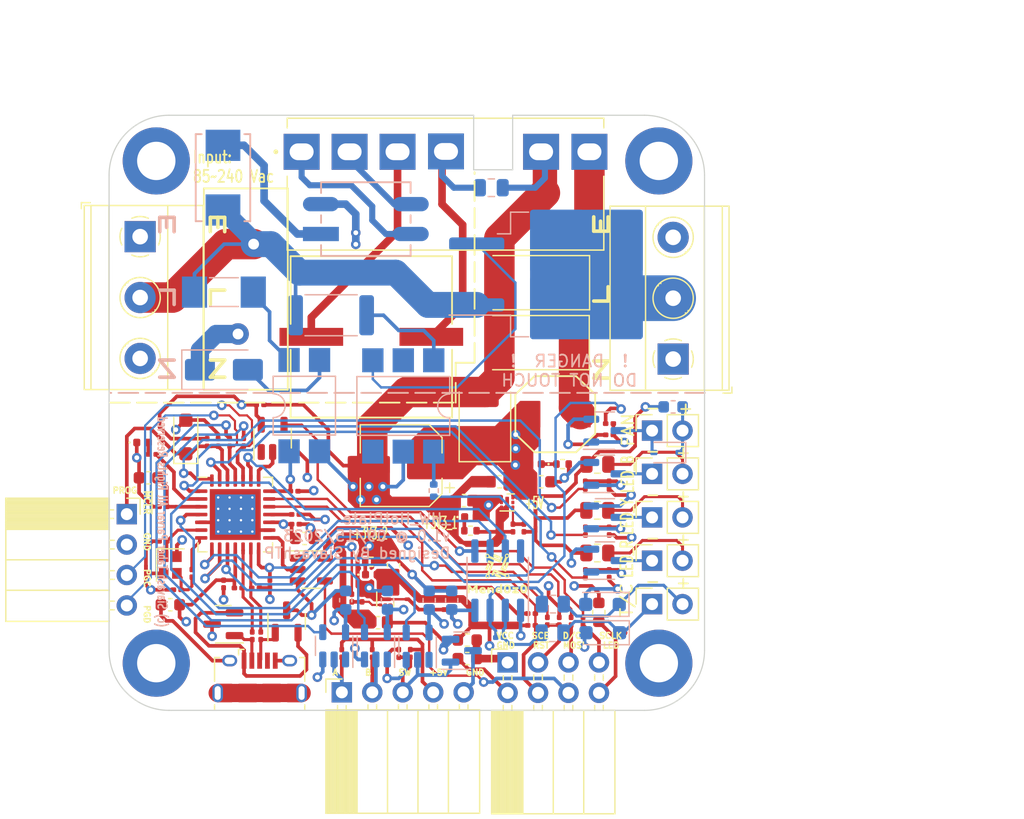
<source format=kicad_pcb>
(kicad_pcb (version 20221018) (generator pcbnew)
  (title_block (title "Hot Plate") (date "09/15/2023") (rev "v1.0") (company "Mend0z0") (comment 2 "RELEASED"))
  (layers (0 "F.Cu" signal) (1 "In1.Cu" signal) (2 "In2.Cu" signal) (31 "B.Cu" signal) (34 "B.Paste" user) (35 "F.Paste" user) (36 "B.SilkS" user "B.Silkscreen") (37 "F.SilkS" user "F.Silkscreen") (38 "B.Mask" user) (39 "F.Mask" user) (44 "Edge.Cuts" user))
  (net 0 "")
  (net 1 "GND")
  (net 2 "/BLOCK DIAGRAM/MCU/PIC_OSC1")
  (net 3 "Net-(C302-Pad1)")
  (net 4 "/BLOCK DIAGRAM/ISOLATED TRAIC DRIVER/+3V3_1")
  (net 5 "/BLOCK DIAGRAM/MCU/PIC_~{MCLR}")
  (net 6 "/BLOCK DIAGRAM/MCU/PIC_VDDCORE")
  (net 7 "+5V")
  (net 8 "/BLOCK DIAGRAM/PWR /LS05_-VCAP")
  (net 9 "/BLOCK DIAGRAM/PCD8544 Driver/+3V3_2")
  (net 10 "/BLOCK DIAGRAM/PCD8544 Driver/VCC")
  (net 11 "/BLOCK DIAGRAM/THERMOCOUPLE DRIVER/MAX_T+")
  (net 12 "/BLOCK DIAGRAM/THERMOCOUPLE DRIVER/MAX_T-")
  (net 13 "/BLOCK DIAGRAM/PCD8544 Driver/RST")
  (net 14 "/BLOCK DIAGRAM/Rotary Encoder + PB Driver/KEY-040_SW")
  (net 15 "/BLOCK DIAGRAM/THERMOCOUPLE DRIVER/T+")
  (net 16 "/BLOCK DIAGRAM/THERMOCOUPLE DRIVER/T-")
  (net 17 "/BLOCK DIAGRAM/ISOLATED TRAIC DRIVER/N")
  (net 18 "Net-(LED301-Pad2)")
  (net 19 "Earth_Protective")
  (net 20 "/BLOCK DIAGRAM/PCD8544 Driver/LED")
  (net 21 "/BLOCK DIAGRAM/PCD8544 Driver/SCLK")
  (net 22 "/BLOCK DIAGRAM/FAN DRIVER (12V)/FAN_+")
  (net 23 "/BLOCK DIAGRAM/FAN DRIVER (12V)/FAN_-")
  (net 24 "/BLOCK DIAGRAM/MCU/MAX31855_~{CS}")
  (net 25 "/BLOCK DIAGRAM/PWR /LS05_+VCAP")
  (net 26 "/BLOCK DIAGRAM/MCU/PIC18_ICSPPGC")
  (net 27 "/BLOCK DIAGRAM/MCU/PIC18_ICSPPGD")
  (net 28 "/BLOCK DIAGRAM/ISOLATED TRAIC DRIVER/L_IN")
  (net 29 "/BLOCK DIAGRAM/ISOLATED TRAIC DRIVER/L_OUT")
  (net 30 "/BLOCK DIAGRAM/LEDS DRIVER/LED_RED_+")
  (net 31 "/BLOCK DIAGRAM/LEDS DRIVER/LED_AMBER_+")
  (net 32 "/BLOCK DIAGRAM/LEDS DRIVER/LED_BLUE_+")
  (net 33 "/BLOCK DIAGRAM/MCU/SPI_SCK")
  (net 35 "/BLOCK DIAGRAM/PCD8544 Driver/SCE")
  (net 36 "/BLOCK DIAGRAM/PCD8544 Driver/D{slash}C")
  (net 37 "/BLOCK DIAGRAM/PCD8544 Driver/MOSI")
  (net 38 "/BLOCK DIAGRAM/Rotary Encoder + PB Driver/KEY-040_A")
  (net 39 "/BLOCK DIAGRAM/Rotary Encoder + PB Driver/KEY-040_B")
  (net 40 "/BLOCK DIAGRAM/USB DRIVER/VBUS")
  (net 41 "Net-(Q801-Pad1)")
  (net 42 "/BLOCK DIAGRAM/LEDS DRIVER/LED_RED_-")
  (net 43 "/BLOCK DIAGRAM/LEDS DRIVER/LED_AMBER_-")
  (net 44 "/BLOCK DIAGRAM/LEDS DRIVER/LED_BLUE_-")
  (net 45 "/BLOCK DIAGRAM/MCU/PIC_OSC2")
  (net 46 "Net-(U301-RA3{slash}AN3{slash}VREF+{slash}C1INB)")
  (net 47 "/BLOCK DIAGRAM/MCU/EN_PWR")
  (net 48 "/BLOCK DIAGRAM/ISOLATED TRAIC DRIVER/MAIN_STROBE")
  (net 49 "/BLOCK DIAGRAM/ISOLATED TRAIC DRIVER/EN_TRIAC")
  (net 50 "/BLOCK DIAGRAM/LEDS DRIVER/SIG_LED_RED")
  (net 51 "/BLOCK DIAGRAM/LEDS DRIVER/SIG_LED_AMBER")
  (net 52 "/BLOCK DIAGRAM/LEDS DRIVER/SIG_LED_BLUE")
  (net 53 "/BLOCK DIAGRAM/MCU/PCD8544_~{CE}")
  (net 54 "/BLOCK DIAGRAM/MCU/PCD8544_D{slash}C")
  (net 55 "/BLOCK DIAGRAM/MCU/ENCODER_PB")
  (net 56 "/BLOCK DIAGRAM/MCU/USB_DM")
  (net 57 "/BLOCK DIAGRAM/MCU/USB_DP")
  (net 58 "/BLOCK DIAGRAM/FAN DRIVER (12V)/EN_FAN")
  (net 59 "/BLOCK DIAGRAM/MCU/PIC_SDO1")
  (net 60 "/BLOCK DIAGRAM/MCU/PIC_SCK1")
  (net 61 "/BLOCK DIAGRAM/MCU/MAX31855_SO")
  (net 64 "/BLOCK DIAGRAM/PWR /LS05_ACN")
  (net 65 "/BLOCK DIAGRAM/PWR /LS05_ACL")
  (net 66 "Net-(D501-Pad2)")
  (net 67 "Net-(MOD1101-+VO)")
  (net 68 "Net-(J1001-D-)")
  (net 69 "Net-(J1001-D+)")
  (net 71 "Net-(L1101-Pad1)")
  (net 72 "Net-(LED1101-Pad1)")
  (net 73 "Net-(LED1102-Pad1)")
  (net 74 "Net-(LED1103-Pad1)")
  (net 75 "Net-(Q501-Pad3)")
  (net 76 "Net-(Q901-Pad1)")
  (net 77 "Net-(Q902-Pad1)")
  (net 78 "Net-(Q903-Pad1)")
  (net 79 "Net-(R502-Pad1)")
  (net 80 "Net-(R503-Pad2)")
  (net 81 "Net-(R504-Pad2)")
  (net 82 "Net-(U701-Y)")
  (net 83 "Net-(U702-Y)")
  (net 84 "Net-(U704-Y)")
  (net 85 "/BLOCK DIAGRAM/PWR /MIC5528_EN_1")
  (net 86 "/BLOCK DIAGRAM/PWR /MIC5528_EN_2")
  (footprint "TerminalBlock_Phoenix:TerminalBlock_Phoenix_MKDS-1,5-3-5.08_1x03_P5.08mm_Horizontal" (layer "F.Cu") (at 161.7198 224.536 90)
    (fp_text reference "J501" hide)
    (fp_text value "TERM_3POS_5.08MM_SIDE" hide)
  )
  (footprint "Resistor_SMD:R_0201_0603Metric" (layer "F.Cu") (at 139.7996 249.0978 -90)
    (fp_text reference "R705" hide)
    (fp_text value "10KR_1/20W" hide)
  )
  (footprint "Connector_PinSocket_2.54mm:PinSocket_1x05_P2.54mm_Horizontal" (layer "F.Cu") (at 134.09 252.3432 90)
    (fp_text reference "J701" hide)
    (fp_text value "RCPT_5POS_2.54MM_RA" hide)
  )
  (footprint "MountingHole:MountingHole_3.2mm_M3_DIN965_Pad_TopBottom" (layer "F.Cu") (at 118.616 208.0006)
    (fp_text reference "MH1201" hide)
    (fp_text value "M3" hide)
  )
  (footprint "Package_TO_SOT_SMD:SOT-23-5" (layer "F.Cu") (at 131.5447 242.0977)
    (fp_text reference "U303" hide)
    (fp_text value "SN74LVC1G17DBVR" hide)
  )
  (footprint "Capacitor_SMD:C_0603_1608Metric" (layer "F.Cu") (at 150.7216 234.7722)
    (fp_text reference "C1101" hide)
    (fp_text value "100nF/50V")
  )
  (footprint "Connector_PinSocket_2.54mm:PinSocket_1x04_P2.54mm_Horizontal" (layer "F.Cu") (at 116.158 237.4754)
    (fp_text reference "J301" hide)
    (fp_text value "MHDR_4POS_2.54MM_RA" hide)
  )
  (footprint "Capacitor_SMD:C_0603_1608Metric" (layer "F.Cu") (at 130.9859 239.5069)
    (fp_text reference "C307" hide)
    (fp_text value "10uF/16V" hide)
  )
  (footprint "Capacitor_SMD:C_0201_0603Metric" (layer "F.Cu") (at 138.8344 249.0978 90)
    (fp_text reference "C703" hide)
    (fp_text value "100nF/6V3" hide)
  )
  (footprint "Connector_PinSocket_2.54mm:PinSocket_1x02_P2.54mm_Vertical" (layer "F.Cu") (at 159.9618 241.359 90)
    (fp_text reference "J901" hide)
    (fp_text value "RCPT_2POS_2.54MM_VERT" hide)
  )
  (footprint "Capacitor_SMD:C_0201_0603Metric" (layer "F.Cu") (at 130.2239 238.3131)
    (fp_text reference "C308" hide)
    (fp_text value "100nF/6V3" hide)
  )
  (footprint "Resistor_SMD:R_0201_0603Metric" (layer "F.Cu") (at 154.4046 238.887 90)
    (fp_text reference "R905" hide)
    (fp_text value "100R_1/20W" hide)
  )
  (footprint "Resistor_SMD:R_0201_0603Metric" (layer "F.Cu") (at 154.402386 242.445545 90)
    (fp_text reference "R904" hide)
    (fp_text value "100R_1/20W" hide)
  )
  (footprint "Resistor_SMD:R_0201_0603Metric" (layer "F.Cu") (at 156.3858 238.887 -90)
    (fp_text reference "R908" hide)
    (fp_text value "10KR_1/20W" hide)
  )
  (footprint "Resistor_SMD:R_0201_0603Metric" (layer "F.Cu") (at 156.4112 230.8606 180)
    (fp_text reference "R802" hide)
    (fp_text value "10KR_1/20W" hide)
  )
  (footprint "Resistor_SMD:R_0201_0603Metric" (layer "F.Cu") (at 154.2014 246.4054 -90)
    (fp_text reference "R605" hide)
    (fp_text value "49R9_1/20W" hide)
  )
  (footprint "Resistor_SMD:R_0201_0603Metric" (layer "F.Cu") (at 125.9058 231.4702 -90)
    (fp_text reference "R704" hide)
    (fp_text value "100R_1/20W" hide)
  )
  (footprint "Diode_SMD:D_SOD-123F" (layer "F.Cu") (at 121.0798 231.0384 90)
    (fp_text reference "D301" hide)
    (fp_text value "SMF3.3" hide)
  )
  (footprint "Resistor_SMD:R_0201_0603Metric" (layer "F.Cu") (at 153.2108 246.4054 -90)
    (fp_text reference "R604" hide)
    (fp_text value "100R_1/20W" hide)
  )
  (footprint "Resistor_SMD:R_0201_0603Metric" (layer "F.Cu") (at 124.7374 231.485793 -90)
    (fp_text reference "R702" hide)
    (fp_text value "100R_1/20W" hide)
  )
  (footprint "Resistor_SMD:R_0402_1005Metric" (layer "F.Cu") (at 136.5484 241.4524)
    (fp_text reference "R1108" hide)
    (fp_text value "330R_1/10W" hide)
  )
  (footprint "Capacitor_SMD:C_0201_0603Metric" (layer "F.Cu") (at 124.2294 243.3066 -90)
    (fp_text reference "C309" hide)
    (fp_text value "100nF/6V3" hide)
  )
  (footprint "Package_DFN_QFN:DFN-6-1EP_1.2x1.2mm_P0.4mm_EP0.3x0.94mm_PullBack" (layer "F.Cu") (at 137.7104 244.5766 -90)
    (fp_text reference "U1102" hide)
    (fp_text value "MIC5528-3.3YMT-TR")
  )
  (footprint "Package_DFN_QFN:QFN-28-1EP_6x6mm_P0.65mm_EP4.25x4.25mm_ThermalVias" (layer "F.Cu") (at 125.2022 237.5078)
    (fp_text reference "U301" hide)
    (fp_text value "PIC18F24J50-I/ML")
  )
  (footprint "Capacitor_Tantalum_SMD:CP_EIA-7343-30_AVX-N" (layer "F.Cu") (at 150.3406 218.1606 180)
    (fp_text reference "TC1102" hide)
    (fp_text value "220uF/16V")
  )
  (footprint "Resistor_SMD:R_0201_0603Metric" (layer "F.Cu") (at 154.3944 235.0516 90)
    (fp_text reference "R906" hide)
    (fp_text value "100R_1/20W" hide)
  )
  (footprint "Capacitor_SMD:C_0201_0603Metric" (layer "F.Cu") (at 127.2774 228.346)
    (fp_text reference "C311" hide)
    (fp_text value "100nF/6V3" hide)
  )
  (footprint "Connector_PinSocket_2.54mm:PinSocket_1x02_P2.54mm_Vertical" (layer "F.Cu") (at 159.9618 230.5054 90)
    (fp_text reference "J801" hide)
    (fp_text value "RCPT_2POS_2.54MM_VERT" hide)
  )
  (footprint "Fiducial:Fiducial_0.5mm_Mask1mm" (layer "F.Cu") (at 124.8136 206.7052)
    (fp_text reference "FD1201" hide)
    (fp_text value "~" hide)
  )
  (footprint "Package_DFN_QFN:DFN-6-1EP_1.2x1.2mm_P0.4mm_EP0.3x0.94mm_PullBack" (layer "F.Cu") (at 147.8768 236.4994)
    (fp_text reference "U1101" hide)
    (fp_text value "MIC5528-3.3YMT-TR")
  )
  (footprint "LED_SMD:LED_0402_1005Metric" (layer "F.Cu") (at 144.8158 237.714206)
    (fp_text reference "LED1102" hide)
    (fp_text value "AMBER" hide)
  )
  (footprint "LED_SMD:LED_0402_1005Metric" (layer "F.Cu") (at 136.5484 242.5192)
    (fp_text reference "LED1103" hide)
    (fp_text value "AMBER" hide)
  )
  (footprint "Resistor_SMD:R_0201_0603Metric" (layer "F.Cu") (at 136.6246 249.0978 -90)
    (fp_text reference "R703" hide)
    (fp_text value "10KR_1/20W" hide)
  )
  (footprint "MountingHole:MountingHole_3.2mm_M3_DIN965_Pad_TopBottom" (layer "F.Cu") (at 160.526 249.9106)
    (fp_text reference "MH1204" hide)
    (fp_text value "M3" hide)
  )
  (footprint "Resistor_SMD:R_0201_0603Metric" (layer "F.Cu") (at 135.7776 244.4718 90)
    (fp_text reference "R1107" hide)
    (fp_text value "10KR_1/20W" hide)
  )
  (footprint "Resistor_SMD:R_0805_2012Metric" (layer "F.Cu") (at 155.3952 237.1598)
    (fp_text reference "R902" hide)
    (fp_text value "680R_1/8W" hide)
  )
  (footprint "Capacitor_Tantalum_SMD:CP_EIA-7343-30_AVX-N" (layer "F.Cu") (at 150.3152 223.1644 180)
    (fp_text reference "TC1101" hide)
    (fp_text value "220uF/16V")
  )
  (footprint "Resistor_SMD:R_0805_2012Metric" (layer "F.Cu") (at 155.3952 240.7158)
    (fp_text reference "R901" hide)
    (fp_text value "680R_1/8W" hide)
  )
  (footprint "Capacitor_SMD:C_0201_0603Metric" (layer "F.Cu") (at 133.3226 239.903)
    (fp_text reference "C303" hide)
    (fp_text value "100nF/6V3" hide)
  )
  (footprint "Capacitor_SMD:C_0603_1608Metric" (layer "F.Cu") (at 147.2418 234.7722 180)
    (fp_text reference "C1103" hide)
    (fp_text value "10uF/16V" hide)
  )
  (footprint "Resistor_SMD:R_0201_0603Metric" (layer "F.Cu") (at 122.8578 231.4956 -90)
    (fp_text reference "R302" hide)
    (fp_text value "10KR_1/20W" hide)
  )
  (footprint "Diode_SMD:D_SMB" (layer "F.Cu") (at 146.0226 229.4382 90)
    (fp_text reference "D1101" hide)
    (fp_text value "SMBJ7.0A" hide)
  )
  (footprint "Resistor_SMD:R_0201_0603Metric" (layer "F.Cu") (at 125.4486 243.6389)
    (fp_text reference "R1001" hide)
    (fp_text value "1K5R_1/20W" hide)
  )
  (footprint "Connector_PinSocket_2.54mm:PinSocket_1x02_P2.54mm_Vertical" (layer "F.Cu") (at 159.9618 237.7444 90)
    (fp_text reference "J902" hide)
    (fp_text value "RCPT_2POS_2.54MM_VERT" hide)
  )
  (footprint "Capacitor_SMD:C_0603_1608Metric" (layer "F.Cu") (at 137.1072 246.5324 180)
    (fp_text reference "C1105" hide)
    (fp_text value "10uF/16V" hide)
  )
  (footprint "Resistor_SMD:R_0201_0603Metric" (layer "F.Cu") (at 130.2239 237.5003 180)
    (fp_text reference "R706" hide)
    (fp_text value "100R_1/20W" hide)
  )
  (footprint "Resistor_SMD:R_0201_0603Metric" (layer "F.Cu") (at 128.0902 243.3066 90)
    (fp_text reference "R401" hide)
    (fp_text value "10KR_1/20W" hide)
  )
  (footprint "Connector_PinSocket_2.54mm:PinSocket_2x04_P2.54mm_Horizontal" (layer "F.Cu") (at 147.913 249.8482 90)
    (fp_text reference "J601" hide)
    (fp_text value "RCPT_8POS_2ROW_2.54MM_RA" hide)
  )
  (footprint "Resistor_SMD:R_0402_1005Metric" (layer "F.Cu") (at 144.8158 238.857206)
    (fp_text reference "R1105" hide)
    (fp_text value "330R_1/10W" hide)
  )
  (footprint "LED_SMD:LED_0402_1005Metric" (layer "F.Cu") (at 150.239 233.299 180)
    (fp_text reference "LED1101" hide)
    (fp_text value "GREEN" hide)
  )
  (footprint "Resistor_SMD:R_0201_0603Metric" (layer "F.Cu") (at 126.617 247.6246 90)
    (fp_text reference "R1003" hide)
    (fp_text value "49R9_1/20W" hide)
  )
  (footprint "Capacitor_SMD:C_0603_1608Metric" (layer "F.Cu") (at 119.7844 245.0338 180)
    (fp_text reference "C310" hide)
    (fp_text value "10uF/16V" hide)
  )
  (footprint "Fuse:Fuse_0603_1608Metric" (layer "F.Cu") (at 144.5494 247.9802)
    (fp_text reference "RT601" hide)
    (fp_text value "30mA_30V")
  )
  (footprint "Resistor_SMD:R_0201_0603Metric" (layer "F.Cu") (at 148.3594 238.628606 -90)
    (fp_text reference "R1104" hide)
    (fp_text value "10KR_1/20W" hide)
  )
  (footprint "Capacitor_SMD:C_0201_0603Metric" (layer "F.Cu") (at 120.3669 243.7853 180)
    (fp_text reference "C302" hide)
    (fp_text value "12pF/50V" hide)
  )
  (footprint "Capacitor_SMD:C_0201_0603Metric" (layer "F.Cu") (at 119.1749 239.7355 180)
    (fp_text reference "C301" hide)
    (fp_text value "12pF/50V" hide)
  )
  (footprint "Capacitor_SMD:C_0201_0603Metric" (layer "F.Cu") (at 119.1748 236.855 180)
    (fp_text reference "C306" hide)
    (fp_text value "100nF/6V3" hide)
  )
  (footprint "Resistor_SMD:R_0201_0603Metric" (layer "F.Cu") (at 127.3282 247.6246 90)
    (fp_text reference "R1004" hide)
    (fp_text value "49R9_1/20W" hide)
  )
  (footprint "Package_TO_SOT_SMD:SOT-23" (layer "F.Cu") (at 124.204 246.6594 180)
    (fp_text reference "U1001" hide)
    (fp_text value "DLPT05A-7" hide)
  )
  (footprint "Fuse:Fuse_0603_1608Metric" (layer "F.Cu") (at 155.5222 245.6688 -90)
    (fp_text reference "RT602" hide)
    (fp_text value "100mA_15V")
  )
  (footprint "Resistor_SMD:R_0201_0603Metric" (layer "F.Cu") (at 156.3858 242.443 -90)
    (fp_text reference "R907" hide)
    (fp_text value "10KR_1/20W" hide)
  )
  (footprint "Resistor_SMD:R_0201_0603Metric" (layer "F.Cu") (at 118.2883 232.4862 180)
    (fp_text reference "R303" hide)
    (fp_text value "100R_1/20W" hide)
  )
  (footprint "_PCBLIB_HotPlate:CAP_S-V_12P5X13P5_RUB" (layer "F.Cu") (at 136.5484 222.6818)
    (fp_text reference "EC1102" hide)
    (fp_text value "10uF/400V")
  )
  (footprint "Resistor_SMD:R_0201_0603Metric" (layer "F.Cu") (at 152.2202 246.4054 -90)
    (fp_text reference "R602" hide)
    (fp_text value "10KR_1/20W" hide)
  )
  (footprint "Resistor_SMD:R_0201_0603Metric" (layer "F.Cu") (at 149.2738 238.625541 90)
    (fp_text reference "R1103" hide)
    (fp_text value "10KR_1/20W" hide)
  )
  (footprint "Resistor_SMD:R_0805_2012Metric" (layer "F.Cu") (at 155.400228 233.3244)
    (fp_text reference "R903" hide)
    (fp_text value "330R_1/8W" hide)
  )
  (footprint "Resistor_SMD:R_0201_0603Metric" (layer "F.Cu") (at 156.3756 235.0516 -90)
    (fp_text reference "R909" hide)
    (fp_text value "10KR_1/20W" hide)
  )
  (footprint "Connector_PinSocket_2.54mm:PinSocket_1x02_P2.54mm_Vertical" (layer "F.Cu") (at 159.9618 234.1122 90)
    (fp_text reference "J903" hide)
    (fp_text value "RCPT_2POS_2.54MM_VERT" hide)
  )
  (footprint "TerminalBlock_Phoenix:TerminalBlock_Phoenix_MKDS-1,5-3-5.08_1x03_P5.08mm_Horizontal" (layer "F.Cu") (at 117.2696 214.3202 -90)
    (fp_text reference "J502" hide)
    (fp_text value "TERM_3POS_5.08MM_SIDE" hide)
  )
  (footprint "LED_SMD:LED_0402_1005Metric" (layer "F.Cu") (at 117.473 231.4956)
    (fp_text reference "LED301" hide)
    (fp_text value "RED" hide)
  )
  (footprint "MountingHole:MountingHole_3.2mm_M3_DIN965_Pad_TopBottom" (layer "F.Cu") (at 160.526 208.0006)
    (fp_text reference "MH1202" hide)
    (fp_text value "M3" hide)
  )
  (footprint "Capacitor_SMD:C_0201_0603Metric" (layer "F.Cu") (at 149.9088 245.7704 180)
    (fp_text reference "C602" hide)
    (fp_text value "100nF/6V3" hide)
  )
  (footprint "Capacitor_SMD:C_0603_1608Metric" (layer "F.Cu") (at 144.2824 236.342606 180)
    (fp_text reference "C1104" hide)
    (fp_text value "10uF/16V" hide)
  )
  (footprint "Resistor_SMD:R_0201_0603Metric" (layer "F.Cu") (at 134.9228 244.475 -90)
    (fp_text reference "R1106" hide)
    (fp_text value "100R_1/20W" hide)
  )
  (footprint "MountingHole:MountingHole_3.2mm_M3_DIN965_Pad_TopBottom" (layer "F.Cu") (at 118.616 249.9106)
    (fp_text reference "MH1203" hide)
    (fp_text value "M3" hide)
  )
  (footprint "Resistor_SMD:R_0201_0603Metric" (layer "F.Cu") (at 130.1222 235.5596 180)
    (fp_text reference "R501" hide)
    (fp_text value "10KR_1/20W" hide)
  )
  (footprint "Resistor_SMD:R_0402_1005Metric" (layer "F.Cu") (at 152.4996 233.299)
    (fp_text reference "R1102" hide)
    (fp_text value "330R_1/10W" hide)
  )
  (footprint "_PCBLIB_HotPlate:IND_6045_TDK" (layer "F.Cu") (at 151.89 229.1334 180)
    (fp_text reference "L1102" hide)
    (fp_text value "4.7uH_2.5A")
  )
  (footprint "Capacitor_SMD:C_0603_1608Metric" (layer "F.Cu") (at 138.4026 241.7318 90)
    (fp_text reference "C1106" hide)
    (fp_text value "10uF/16V" hide)
  )
  (footprint "_PCBLIB_HotPlate:Mend0z0_Logo" (layer "F.Cu") (at 144.564484 240.786657)
    (fp_text reference "TXT1201" hide)
    (fp_text value "~")
  )
  (footprint "Crystal:Crystal_SMD_2016-4Pin_2.0x1.6mm" (layer "F.Cu") (at 119.7845 241.7167 -90)
    (fp_text reference "X301" hide)
    (fp_text value "16MHz/10ppm" hide)
  )
  (footprint "Package_TO_SOT_SMD:SOT-23-5" (layer "F.Cu") (at 128.3189 231.1503 90)
    (fp_text reference "U302" hide)
    (fp_text value "SN74LVC1G17DBVR" hide)
  )
  (footprint "Fiducial:Fiducial_0.5mm_Mask1mm" (layer "F.Cu") (at 157.6558 247.3706)
    (fp_text reference "FD1202" hide)
    (fp_text value "~" hide)
  )
  (footprint "Connector_USB:USB_Micro-B_Amphenol_10118194_Horizontal" (layer "F.Cu") (at 127.236 251.0998)
    (fp_text reference "J1001" hide)
    (fp_text value "MICRO B USB_RA" hide)
  )
  (footprint "Package_TO_SOT_SMD:SOT-23" (layer "F.Cu") (at 129.4872 246.4308 90)
    (fp_text reference "U1002" hide)
    (fp_text value "DLPT05A-7" hide)
  )
  (footprint "Resistor_SMD:R_0201_0603Metric" (layer "F.Cu") (at 121.5861 242.4137 90)
    (fp_text reference "R301" hide)
    (fp_text value "49R9_1/20W" hide)
  )
  (footprint "Capacitor_SMD:C_0603_1608Metric" (layer "F.Cu") (at 144.5494 249.5296 180)
    (fp_text reference "C601" hide)
    (fp_text value "10uF/16V" hide)
  )
  (footprint "Capacitor_SMD:CP_Elec_6.3x7.7" (layer "F.Cu") (at 139.0376 233.426 180)
    (fp_text reference "EC1101" hide)
    (fp_text value "100uF/35V" hide)
  )
  (footprint "Resistor_SMD:R_0201_0603Metric" (layer "F.Cu") (at 151.2296 246.4054 -90)
    (fp_text reference "R603" hide)
    (fp_text value "100R_1/20W" hide)
  )
  (footprint "Connector_PinSocket_2.54mm:PinSocket_1x02_P2.54mm_Vertical" (layer "F.Cu") (at 159.9618 244.9834 90)
    (fp_text reference "J401" hide)
    (fp_text value "RCPT_2POS_2.54MM_VERT" hide)
  )
  (footprint "Capacitor_SMD:C_0603_1608Metric" (layer "F.Cu") (at 117.9556 234.442 180)
    (fp_text reference "C305" hide)
    (fp_text value "10uF/16V" hide)
  )
  (footprint "_PCBLIB_HotPlate:CONV_LS05-13B05R3" (layer "F.Cu") (at 142.7364 207.2386)
    (fp_text reference "MOD1101" hide)
    (fp_text value "LS05-13B05R3")
  )
  (footprint "Resistor_SMD:R_0201_0603Metric" (layer "F.Cu") (at 126.8964 243.6368 180)
    (fp_text reference "R1002" hide)
    (fp_text value "1K5R_1/20W" hide)
  )
  (footprint "Capacitor_SMD:C_0201_0603Metric" (layer "F.Cu") (at 123.7722 231.4853 90)
    (fp_text reference "C304" hide)
    (fp_text value "100nF/6V3" hide)
  )
  (footprint "Varistor:RV_Disc_D16.5mm_W6.7mm_P7.5mm" (layer "F.Cu") (at 126.7336 214.944 -90)
    (fp_text reference "RV1101" hide)
    (fp_text value "B72214P2351K101" hide)
  )
  (footprint "Capacitor_SMD:C_0201_0603Metric" (layer "F.Cu") (at 142.9492 245.4402 180)
    (fp_text reference "C403" hide)
    (fp_text value "100nF/6V3" hide)
  )
  (footprint "Resistor_SMD:R_0201_0603Metric" (layer "F.Cu") (at 149.9088 246.761)
    (fp_text reference "R601" hide)
    (fp_text value "10KR_1/20W" hide)
  )
  (footprint "Resistor_SMD:R_0201_0603Metric" (layer "F.Cu") (at 134.0846 249.0978 -90)
    (fp_text reference "R701" hide)
    (fp_text value "10KR_1/20W" hide)
  )
  (footprint "Resistor_SMD:R_0201_0603Metric" (layer "F.Cu") (at 156.4112 229.9208)
    (fp_text reference "R801" hide)
    (fp_text value "100R_1/20W" hide)
  )
  (footprint "_PCBLIB_HotPlate:IND_50XXXC_MUR" (layer "B.Cu") (at 136.0912 212.852)
    (fp_text reference "L1101" hide)
    (fp_text value "50475C" hide)
  )
  (footprint "Package_TO_SOT_SMD:SOT-23-5" (layer "B.Cu") (at 136.9294 248.4628 90)
    (fp_text reference "U702" hide)
    (fp_text value "SN74LVC1G17DBVR" hide)
  )
  (footprint "Resistor_SMD:R_2512_6332Metric" (layer "B.Cu") (at 133.1956 220.8784)
    (fp_text reference "R503" hide)
    (fp_text value "3KR_2W")
  )
  (footprint "Package_TO_SOT_SMD:SOT-23" (layer "B.Cu") (at 144.0922 248.8692)
    (fp_text reference "U703" hide)
    (fp_text value "DLPT05A-7" hide)
  )
  (footprint "Package_TO_SOT_SMD:TO-263-2" (layer "B.Cu") (at 152.9868 217.4748)
    (fp_text reference "Q501" hide)
    (fp_text value "T2050H-6G-TR" hide)
  )
  (footprint "Capacitor_SMD:C_0603_1608Metric" (layer "B.Cu") (at 141.3744 244.6528 90)
    (fp_text reference "C704" hide)
    (fp_text value "10uF/16V" hide)
  )
  (footprint "Diode_SMD:D_SMA" (layer "B.Cu") (at 124.2548 225.425)
    (fp_text reference "D501" hide)
    (fp_text value "S1J_600V_1A")
  )
  (footprint "Resistor_SMD:R_0805_2012Metric" (layer "B.Cu") (at 151.6614 247.3706 180)
    (fp_text reference "R403" hide)
    (fp_text value "1R_1/2W" hide)
  )
  (footprint "Diode_SMD:D_SOD-123F" (layer "B.Cu") (at 155.827 245.0084 180)
    (fp_text reference "D401" hide)
    (fp_text value "SMF3.3" hide)
  )
  (footprint "Package_DIP:SMDIP-4_W7.62mm" (layer "B.Cu") (at 130.9604 228.4222 -90)
    (fp_text reference "U501" hide)
    (fp_text value "140817143400" hide)
  )
  (footprint "Package_TO_SOT_SMD:SOT-23-3" (layer "B.Cu") (at 156.0302 237.744)
    (fp_text reference "Q902" hide)
    (fp_text value "AS3400")
  )
  (footprint "Package_TO_SOT_SMD:SOT-23-3" (layer "B.Cu") (at 156.0302 230.505)
    (fp_text reference "Q801" hide)
    (fp_text value "AS3400" hide)
  )
  (footprint "Capacitor_SMD:C_0201_0603Metric" (layer "B.Cu") (at 147.2418 247.777)
    (fp_text reference "C401" hide)
    (fp_text value "10nF/6V3" hide)
  )
  (footprint "Resistor_SMD:R_MELF_MMB-0207" (layer "B.Cu") (at 124.2548 218.948 180)
    (fp_text reference "R502" hide)
    (fp_text value "100KR_1W")
  )
  (footprint "Capacitor_SMD:C_0603_1608Metric" (layer "B.Cu") (at 143.254 244.6528 90)
    (fp_text reference "C402" hide)
    (fp_text value "10uF/16V" hide)
  )
  (footprint "Package_TO_SOT_SMD:SOT-23-3" (layer "B.Cu") (at 156.0302 234.1118)
    (fp_text reference "Q903" hide)
    (fp_text value "AS3400")
  )
  (footprint "Diode_SMD:D_SOD-323" (layer "B.Cu") (at 161.161 232.3338 180)
    (fp_text reference "D801" hide)
    (fp_text value "BAT60JFILM" hide)
  )
  (footprint "Resistor_SMD:R_0402_1005Metric" (layer "B.Cu") (at 141.7554 235.5108 90)
    (fp_text reference "R504" hide)
    (fp_text value "330R_1/10W" hide)
  )
  (footprint "Diode_SMD:D_SOD-123F" (layer "B.Cu") (at 155.8524 247.3706 180)
    (fp_text reference "D402" hide)
    (fp_text value "SMF3.3" hide)
  )
  (footprint "Package_SO:SOIC-8_3.9x4.9mm_P1.27mm" (layer "B.Cu") (at 147.0894 243.0272 90)
    (fp_text reference "U401" hide)
    (fp_text value "MAX31855JASA+T" hide)
  )
  (footprint "_PCBLIB_HotPlate:RES_SMF2_TYCO_TYC" (layer "B.Cu") (at 124.1786 209.3976 90)
    (fp_text reference "R1101" hide)
    (fp_text value "15R_2W")
  )
  (footprint "Capacitor_SMD:C_0603_1608Metric" (layer "B.Cu") (at 137.8946 244.6528 90)
    (fp_text reference "C702" hide)
    (fp_text value "10uF/16V" hide)
  )
  (footprint "Package_TO_SOT_SMD:SOT-23-5" (layer "B.Cu") (at 133.4496 248.4628 90)
    (fp_text reference "U701" hide)
    (fp_text value "SN74LVC1G17DBVR" hide)
  )
  (footprint "Resistor_SMD:R_0805_2012Metric" (layer "B.Cu") (at 151.6868 244.983 180)
    (fp_text reference "R402" hide)
    (fp_text value "1R_1/2W" hide)
  )
  (footprint "Capacitor_SMD:C_0805_2012Metric" (layer "B.Cu") (at 146.556 210.2358 180)
    (fp_text reference "C1102" hide)
    (fp_text value "1nF/450V")
  )
  (footprint "Package_TO_SOT_SMD:SOT-23-5" (layer "B.Cu") (at 140.4092 248.4882 90)
    (fp_text reference "U704" hide)
    (fp_text value "SN74LVC1G17DBVR" hide)
  )
  (footprint "Capacitor_SMD:C_0603_1608Metric" (layer "B.Cu") (at 134.4148 244.6528 90)
    (fp_text reference "C701" hide)
    (fp_text value "10uF/16V" hide)
  )
  (footprint "Package_DIP:SMDIP-6_W7.62mm" (layer "B.Cu") (at 139.2154 228.4476 90)
    (fp_text reference "U502" hide)
    (fp_text value "MOC3022S" hide)
  )
  (footprint "Fuse:Fuse_0603_1608Metric" (layer "B.Cu") (at 161.7198 228.5238)
    (fp_text reference "RT801" hide)
    (fp_text value "100mA_15V")
  )
  (footprint "Package_TO_SOT_SMD:SOT-23-3" (layer "B.Cu") (at 156.0302 241.3508)
    (fp_text reference "Q901" hide)
    (fp_text value "AS3400")
  )
  (gr_line (start 164.3614 227.3554) (end 114.7298 227.3554) (stroke (width 0.15) (type dash)) (layer "B.SilkS"))
  (gr_line (start 143.5842 228.1682) (end 143.5842 224.8408) (stroke (width 0.15) (type dash)) (layer "F.SilkS"))
  (gr_line (start 143.5842 224.8408) (end 145.159 224.8408) (stroke (width 0.15) (type dash)) (layer "F.SilkS"))
  (gr_line (start 114.7552 228.1682) (end 143.5842 228.1682) (stroke (width 0.15) (type dash)) (layer "F.SilkS"))
  (gr_line (start 145.159 224.8408) (end 145.159 208.9404) (stroke (width 0.15) (type dash)) (layer "F.SilkS"))
  (gr_arc (start 164.336 248.8476) (mid 162.871534 252.383134) (end 159.336 253.8476) (stroke (width 0.1)) (layer "Edge.Cuts"))
  (gr_line (start 159.336 253.8476) (end 119.679 253.8476) (stroke (width 0.1)) (layer "Edge.Cuts"))
  (gr_line (start 145.0828 204.1906) (end 119.679 204.1906) (stroke (width 0.1)) (layer "Edge.Cuts"))
  (gr_line (start 148.334 208.7372) (end 145.0828 208.7372) (stroke (width 0.1)) (layer "Edge.Cuts"))
  (gr_arc (start 114.679 209.1906) (mid 116.143466 205.655066) (end 119.679 204.1906) (stroke (width 0.1)) (layer "Edge.Cuts"))
  (gr_line (start 114.679 248.8476) (end 114.679 209.1906) (stroke (width 0.1)) (layer "Edge.Cuts"))
  (gr_line (start 159.336 204.1906) (end 148.334 204.1906) (stroke (width 0.1)) (layer "Edge.Cuts"))
  (gr_line (start 164.336 209.1906) (end 164.336 248.8476) (stroke (width 0.1)) (layer "Edge.Cuts"))
  (gr_arc (start 119.679 253.8476) (mid 116.143466 252.383134) (end 114.679 248.8476) (stroke (width 0.1)) (layer "Edge.Cuts"))
  (gr_line (start 145.0828 208.7372) (end 145.0828 204.1906) (stroke (width 0.1)) (layer "Edge.Cuts"))
  (gr_arc (start 159.336 204.1906) (mid 162.871534 205.655066) (end 164.336 209.1906) (stroke (width 0.1)) (layer "Edge.Cuts"))
  (gr_line (start 148.334 204.1906) (end 148.334 208.7372) (stroke (width 0.1)) (layer "Edge.Cuts"))
  (gr_text "(c) Siavash Taher Parvar All Rights Reserved" (at 118.6668 238.125 -90) (layer "B.SilkS") (effects (font (size 0.762 0.508) (thickness 0.127)) (justify bottom mirror)))
  (gr_text "_HW_HotPlate\nv1.0 @ 09/15/2023\nDesigned By SiavashTP" (at 143.2286 241.2492) (layer "B.SilkS") (effects (font (size 0.889 0.889)) (justify left bottom mirror)))
  (gr_text "!  DANGER  !\nDO NOT TOUCH" (at 153.0584 226.8982) (layer "B.SilkS") (effects (font (size 1 1)) (justify bottom mirror)))
  (gr_text "E  L  N" (at 120.267 219.3798 90) (layer "B.SilkS") (effects (font (size 1.2 2.5) (thickness 0.3) bold) (justify bottom mirror)))
  (gr_text "FAN" (at 158.5448 231.9274 90) (layer "F.SilkS") (effects (font (size 1 1)) (justify left bottom)))
  (gr_text "N  L  E" (at 156.4588 219.456 90) (layer "F.SilkS") (effects (font (size 1.2 2.5) (thickness 0.3) bold) (justify bottom)))
  (gr_text "~{MCLR}    GND    PGC    PGD  " (at 117.5492 241.427 270) (layer "F.SilkS") (effects (font (size 0.5 0.5) (thickness 0.125)) (justify bottom)))
  (gr_text "+" (at 161.8468 232.8926) (layer "F.SilkS") (effects (font (size 1 1)) (justify left bottom)))
  (gr_text "+" (at 161.8468 243.7638) (layer "F.SilkS") (effects (font (size 1 1)) (justify left bottom)))
  (gr_text "-" (at 159.2968 243.6534) (layer "F.SilkS") (effects (font (size 1 1)) (justify left bottom)))
  (gr_text "+5V" (at 149.2992 237.1344) (layer "F.SilkS") (effects (font (size 1 0.5) (thickness 0.125)) (justify left bottom)))
  (gr_text "E  L  N" (at 122.9594 219.3798 270) (layer "F.SilkS") (effects (font (size 1.2 2.5) (thickness 0.3) bold) (justify bottom)))
  (gr_text "-" (at 159.2968 236.4144) (layer "F.SilkS") (effects (font (size 1 1)) (justify left bottom)))
  (gr_text "Input:\n85~240 Vac" (at 121.5878 209.8802) (layer "F.SilkS") (effects (font (size 1 0.762)) (justify left bottom)))
  (gr_text "PROG" (at 115.9998 235.7882) (layer "F.SilkS") (effects (font (size 0.5 0.5) (thickness 0.125)) (justify bottom)))
  (gr_text "-" (at 159.2968 240.029) (layer "F.SilkS") (effects (font (size 1 1)) (justify left bottom)))
  (gr_text "-" (at 159.2968 232.7822) (layer "F.SilkS") (effects (font (size 1 1)) (justify left bottom)))
  (gr_text "A      B      SW    +5V    GND  " (at 140.0282 250.9774) (layer "F.SilkS") (effects (font (size 0.5 0.5) (thickness 0.125)) (justify bottom)))
  (gr_text "+3V3_2" (at 134.9736 239.6744) (layer "F.SilkS") (effects (font (size 1 0.5) (thickness 0.125)) (justify left bottom)))
  (gr_text "LED_B" (at 158.5194 235.8136 90) (layer "F.SilkS") (effects (font (size 1 0.7)) (justify left bottom)))
  (gr_text "LED_Y" (at 158.4686 239.3188 90) (layer "F.SilkS") (effects (font (size 1 0.7)) (justify left bottom)))
  (gr_text "+" (at 162.05 229.2096) (layer "F.SilkS") (effects (font (size 1 1)) (justify left bottom)))
  (gr_text "VCC    SCE   D/C    SCLK\nGND    RST   MOSI    LED" (at 146.9116 248.7168) (layer "F.SilkS") (effects (font (size 0.5 0.5) (thickness 0.125)) (justify left bottom)))
  (gr_text "+3V3_1" (at 140.7902 238.7854) (layer "F.SilkS") (effects (font (size 1 0.5) (thickness 0.125)) (justify left bottom)))
  (gr_text "+" (at 161.8468 240.1394) (layer "F.SilkS") (effects (font (size 1 1)) (justify left bottom)))
  (gr_text "+" (at 161.8468 236.5248) (layer "F.SilkS") (effects (font (size 1 1)) (justify left bottom)))
  (gr_text "LED_R" (at 158.4432 242.8748 90) (layer "F.SilkS") (effects (font (size 1 0.7)) (justify left bottom)))
  (gr_text "-" (at 159.2968 229.1754) (layer "F.SilkS") (effects (font (size 1 1)) (justify left bottom)))
  (gr_text "T/C" (at 158.4178 246.1514 90) (layer "F.SilkS") (effects (font (size 1 1)) (justify left bottom)))
  (segment (start 156.774545 239.207) (end 156.3858 239.207) (width 0.3048) (layer "F.Cu") (net 1))
  (segment (start 130.8842 228.346) (end 132.967 230.4288) (width 0.3048) (layer "F.Cu") (net 1))
  (segment (start 146.0226 227.2882) (end 139.4858 227.2882) (width 2.54) (layer "F.Cu") (net 1))
  (segment (start 119.0094 245.9352) (end 119.4542 246.38) (width 0.3048) (layer "F.Cu") (net 1))
  (segment (start 141.047005 243.601205) (end 139.9585 242.5127) (width 0.3048) (layer "F.Cu") (net 1))
  (segment (start 127.5974 228.346) (end 130.8842 228.346) (width 0.3048) (layer "F.Cu") (net 1))
  (segment (start 145.4172 238.948606) (end 145.3258 238.857206) (width 0.3048) (layer "F.Cu") (net 1))
  (segment (start 120.3345 240.0641) (end 120.775 239.6236) (width 0.3048) (layer "F.Cu") (net 1))
  (segment (start 117.7524 241.7826) (end 117.7524 242.4167) (width 0.3048) (layer "F.Cu") (net 1))
  (segment (start 120.3345 241.0167) (end 120.3345 240.0641) (width 0.3048) (layer "F.Cu") (net 1))
  (segment (start 151.4966 234.7722) (end 152.326033 234.7722) (width 0.3048) (layer "F.Cu") (net 1))
  (segment (start 156.3858 243.0018) (end 156.3858 242.763) (width 0.3048) (layer "F.Cu") (net 1))
  (segment (start 120.2416 230.4237) (end 121.042 229.6233) (width 0.3048) (layer "F.Cu") (net 1))
  (segment (start 121.042 229.6233) (end 122.6111 229.6233) (width 0.3048) (layer "F.Cu") (net 1))
  (segment (start 118.1549 243.7853) (end 117.7524 243.3828) (width 0.3048) (layer "F.Cu") (net 1))
  (segment (start 117.1806 234.442) (end 117.1806 232.9558) (width 0.3048) (layer "F.Cu") (net 1))
  (segment (start 132.967 230.4288) (end 132.967 232.1814) (width 0.3048) (layer "F.Cu") (net 1))
  (segment (start 155.387106 230.8606) (end 154.599706 231.648) (width 0.3048) (layer "F.Cu") (net 1))
  (segment (start 116.988 232.7632) (end 116.9904 232.7656) (width 0.3048) (layer "F.Cu") (net 1))
  (segment (start 120.0469 243.7853) (end 118.1549 243.7853) (width 0.3048) (layer "F.Cu") (net 1))
  (segment (start 118.8548 236.855) (end 118.3366 236.855) (width 0.3048) (layer "F.Cu") (net 1))
  (segment (start 147.2672 238.0234) (end 147.8744 237.4162) (width 0.3048) (layer "F.Cu") (net 1))
  (segment (start 132.967 232.1814) (end 134.2116 233.426) (width 0.3048) (layer "F.Cu") (net 1))
  (segment (start 138.8344 248.7778) (end 138.2908 248.7778) (width 0.3048) (layer "F.Cu") (net 1))
  (segment (start 117.7524 242.4167) (end 119.2345 242.4167) (width 0.3048) (layer "F.Cu") (net 1))
  (segment (start 156.888086 235.884086) (end 156.3756 235.3716) (width 0.3048) (layer "F.Cu") (net 1))
  (segment (start 130.4072 243.0477) (end 130.4072 243.7948) (width 0.3048) (layer "F.Cu") (net 1))
  (segment (start 129.2689 232.2878) (end 130.4826 232.2878) (width 0.3048) (layer "F.Cu") (net 1))
  (segment (start 140.5108 245.4402) (end 142.6292 245.4402) (width 0.3048) (layer "F.Cu") (net 1))
  (segment (start 130.3531 245.4933) (end 130.7572 245.8974) (width 0.3048) (layer "F.Cu") (net 1))
  (segment (start 158.227972 239.4464) (end 157.013945 239.4464) (width 0.3048) (layer "F.Cu") (net 1))
  (segment (start 148.715 245.7704) (end 146.545805 243.601205) (width 0.3048) (layer "F.Cu") (net 1))
  (segment (start 145.9434 250.4186) (end 147.913 252.3882) (width 0.3048) (layer "F.Cu") (net 1))
  (segment (start 123.7722 230.7844) (end 123.7722 231.1653) (width 0.3048) (layer "F.Cu") (net 1))
  (segment (start 136.6246 230.1494) (end 136.6246 233.139) (width 2.54) (layer "F.Cu") (net 1))
  (segment (start 143.7744 249.5296) (end 144.6634 250.4186) (width 0.3048) (layer "F.Cu") (net 1))
  (segment (start 130.5439 238.3131) (end 131.3263 238.3131) (width 0.3048) (layer "F.Cu") (net 1))
  (segment (start 138.2908 248.7778) (end 138.047 249.0216) (width 0.3048) (layer "F.Cu") (net 1))
  (segment (start 122.6111 229.6233) (end 123.7722 230.7844) (width 0.3048) (layer "F.Cu") (net 1))
  (segment (start 147.2281 214.4659) (end 147.2281 226.0827) (width 2.54) (layer "F.Cu") (net 1))
  (segment (start 128.1897 238.8078) (end 126.7522 238.8078) (width 0.3048) (layer "F.Cu") (net 1))
  (segment (start 158.2146 235.884086) (end 156.888086 235.884086) (width 0.3048) (layer "F.Cu") (net 1))
  (segment (start 138.047 249.0216) (end 137.8692 249.1994) (width 0.3048) (layer "F.Cu") (net 1))
  (segment (start 147.2672 238.948606) (end 145.4172 238.948606) (width 0.3048) (layer "F.Cu") (net 1))
  (segment (start 152.730317 234.367917) (end 153.0096 234.088633) (width 0.3048) (layer "F.Cu") (net 1))
  (segment (start 151.0264 210.6676) (end 147.2281 214.4659) (width 2.54) (layer "F.Cu") (net 1))
  (segment (start 147.8744 237.4162) (end 147.8744 236.765563) (width 0.3048) (layer "F.Cu") (net 1))
  (segment (start 158.261832 239.41254) (end 158.227972 239.4464) (width 0.3048) (layer "F.Cu") (net 1))
  (segment (start 126.7522 238.8078) (end 126.6272 238.9328) (width 0.3048) (layer "F.Cu") (net 1))
  (segment (start 118.3009 239.7355) (end 118.8549 239.7355) (width 0.3048) (layer "F.Cu") (net 1))
  (segment (start 147.2672 238.948606) (end 147.2672 238.0234) (width 0.3048) (layer "F.Cu") (net 1))
  (segment (start 156.0912 230.8606) (end 155.387106 230.8606) (width 0.3048) (layer "F.Cu") (net 1))
  (segment (start 139.441254 244.5766) (end 139.6472 244.5766) (width 0.3048) (layer "F.Cu") (net 1))
  (segment (start 117.1806 232.9558) (end 116.9904 232.7656) (width 0.3048) (layer "F.Cu") (net 1))
  (segment (start 149.5888 245.7704) (end 148.715 245.7704) (width 0.3048) (layer "F.Cu") (net 1))
  (segment (start 157.097 243.713) (end 156.3858 243.0018) (width 0.3048) (layer "F.Cu") (net 1))
  (segment (start 151.0264 207.2386) (end 151.0264 210.6676) (width 2.032) (layer "F.Cu") (net 1))
  (segment (start 131.57 244.9576) (end 131.57 245.8974) (width 0.3048) (layer "F.Cu") (net 1))
  (segment (start 144.6634 250.4186) (end 145.9434 250.4186) (width 0.3048) (layer "F.Cu") (net 1))
  (segment (start 147.2281 226.0827) (end 146.0226 227.2882) (width 2.54) (layer "F.Cu") (net 1))
  (segment (start 118.3366 236.855) (end 117.1806 235.699) (width 0.3048) (layer "F.Cu") (net 1))
  (segment (start 131.4684 238.4552) (end 131.4684 238.6229) (width 0.3048) (layer "F.Cu") (net 1))
  (segment (start 117.7524 241.7826) (end 117.7524 240.284) (width 0.3048) (layer "F.Cu") (net 1))
  (segment (start 119.4542 246.38) (end 119.9876 246.38) (width 0.3048) (layer "F.Cu") (net 1))
  (segment (start 134.2116 233.426) (end 136.3376 233.426) (width 0.3048) (layer "F.Cu") (net 1))
  (segment (start 131.3263 238.3131) (end 131.4684 238.4552) (width 0.3048) (layer "F.Cu") (net 1))
  (segment (start 152.641417 234.456817) (end 152.730317 234.367917) (width 0.3048) (layer "F.Cu") (net 1))
  (segment (start 130.7572 245.8974) (end 131.57 245.8974) (width 0.3048) (layer "F.Cu") (net 1))
  (segment (start 139.9585 242.5127) (end 138.4026 240.9568) (width 0.3048) (layer "F.Cu") (net 1))
  (segment (start 119.0094 245.0338) (end 119.0094 245.9352) (width 0.3048) (layer "F.Cu") (net 1))
  (segment (start 122.2147 238.1578) (end 123.6022 238.1578) (width 0.3048) (layer "F.Cu") (net 1))
  (segment (start 146.545805 243.601205) (end 141.047005 243.601205) (width 0.3048) (layer "F.Cu") (net 1))
  (segment (start 130.4826 232.2878) (end 131.2144 233.0196) (width 0.3048) (layer "F.Cu") (net 1))
  (segment (start 130.4072 243.7948) (end 131.57 244.9576) (width 0.3048) (layer "F.Cu") (net 1))
  (segment (start 139.6472 244.5766) (end 140.5108 245.4402) (width 0.3048) (layer "F.Cu") (net 1))
  (segment (start 117.1806 235.699) (end 117.1806 234.442) (width 0.3048) (layer "F.Cu") (net 1))
  (segment (start 152.326033 234.7722) (end 152.730317 234.367917) (width 0.3048) (layer "F.Cu") (net 1))
  (segment (start 123.2665 247.655752) (end 123.2665 246.6594) (width 0.3048) (layer "F.Cu") (net 1))
  (segment (start 154.599706 231.648) (end 152.9568 231.648) (width 0.3048) (layer "F.Cu") (net 1))
  (segment (start 131.7609 238.7477) (end 131.7609 239.5069) (width 0.3048) (layer "F.Cu") (net 1))
  (segment (start 123.3074 249.6998) (end 124.736 249.6998) (width 0.3048) (layer "F.Cu") (net 1))
  (segment (start 128.536 249.6998) (end 129.736 249.6998) (width 0.3048) (layer "F.Cu") (net 1))
  (segment (start 131.2144 233.0196) (end 131.2144 234.4166) (width 0.3048) (layer "F.Cu") (net 1))
  (segment (start 129.4872 245.4933) (end 130.3531 245.4933) (width 0.3048) (layer "F.Cu") (net 1))
  (segment (start 139.4858 227.2882) (end 136.6246 230.1494) (width 2.54) (layer "F.Cu") (net 1))
  (segment (start 124.2294 244.6121) (end 124.2294 243.6266) (width 0.3048) (layer "F.Cu") (net 1))
  (segment (start 123.6022 238.1578) (end 123.7772 237.9828) (width 0.3048) (layer "F.Cu") (net 1))
  (segment (start 153.0096 234.088633) (end 153.0096 233.299) (width 0.3048) (layer "F.Cu") (net 1))
  (segment (start 131.4684 238.4552) (end 131.7609 238.7477) (width 0.3048) (layer "F.Cu") (net 1))
  (segment (start 137.8692 249.1994) (end 137.8692 251.1806) (width 0.3048) (layer "F.Cu") (net 1))
  (segment (start 119.9876 246.38) (end 123.3074 249.6998) (width 0.3048) (layer "F.Cu") (net 1))
  (segment (start 123.275174 247.664426) (end 123.2665 247.655752) (width 0.3048) (layer "F.Cu") (net 1))
  (segment (start 148.3594 238.948606) (end 147.2672 238.948606) (width 0.3048) (layer "F.Cu") (net 1))
  (segment (start 117.7524 240.284) (end 118.3009 239.7355) (width 0.3048) (layer "F.Cu") (net 1))
  (segment (start 139.441254 244.5766) (end 137.7104 244.5766) (width 0.2032) (layer "F.Cu") (net 1))
  (segment (start 123.736 252.3998) (end 130.736 252.3998) (width 1.524) (layer "F.Cu") (net 1))
  (segment (start 157.013945 239.4464) (end 156.774545 239.207) (width 0.3048) (layer "F.Cu") (net 1))
  (segment (start 116.988 231.4956) (end 116.988 232.7632) (width 0.3048) (layer "F.Cu") (net 1))
  (segment (start 117.7524 243.3828) (end 117.7524 241.7826) (width 0.3048) (layer "F.Cu") (net 1))
  (via (at 158.261832 239.41254) (size 0.8) (drill 0.4) (layers "F.Cu" "B.Cu") (net 1))
  (via (at 136.3452 235.1786) (size 0.8) (drill 0.4) (layers "F.Cu" "B.Cu") (net 1))
  (via (at 131.2144 234.4166) (size 0.8) (drill 0.4) (layers "F.Cu" "B.Cu") (net 1))
  (via (at 136.9802 236.2708) (size 0.8) (drill 0.4) (layers "F.Cu" "B.Cu") (net 1))
  (via (at 136.3706 243.6368) (size 0.8) (drill 0.4) (layers "F.Cu" "B.Cu") (net 1))
  (via (at 152.641417 234.456817) (size 0.8) (drill 0.4) (layers "F.Cu" "B.Cu") (net 1))
  (via (at 137.8692 251.1806) (size 0.8) (drill 0.4) (layers "F.Cu" "B.Cu") (net 1))
  (via (at 158.2146 235.884086) (size 0.8) (drill 0.4) (layers "F.Cu" "B.Cu") (net 1))
  (via (at 135.0244 235.1786) (size 0.8) (drill 0.4) (layers "F.Cu" "B.Cu") (net 1))
  (via (at 123.275174 247.664426) (size 0.8) (drill 0.4) (layers "F.Cu" "B.Cu") (net 1))
  (via (at 135.6594 236.2708) (size 0.8) (drill 0.4) (layers "F.Cu" "B.Cu") (net 1))
  (via (at 118.1549 243.7853) (size 0.8) (drill 0.4) (layers "F.Cu" "B.Cu") (net 1))
  (via (at 131.4684 238.6229) (size 0.8) (drill 0.4) (layers "F.Cu" "B.Cu") (net 1))
  (via (at 116.9904 232.7656) (size 0.8) (drill 0.4) (layers "F.Cu" "B.Cu") (net 1))
  (via (at 136.3706 240.1316) (size 0.8) (drill 0.4) (layers "F.Cu" "B.Cu") (net 1))
  (via (at 152.9568 231.648) (size 0.8) (drill 0.4) (layers "F.Cu" "B.Cu") (net 1))
  (via (at 157.097 243.713) (size 0.8) (drill 0.4) (layers "F.Cu" "B.Cu") (net 1))
  (via (at 149.01158 247.619615) (size 0.8) (drill 0.4) (layers "F.Cu" "B.Cu") (net 1))
  (via (at 120.2416 230.4237) (size 0.8) (drill 0.4) (layers "F.Cu" "B.Cu") (net 1))
  (via (at 124.2294 244.6121) (size 0.8) (drill 0.4) (layers "F.Cu" "B.Cu") (net 1))
  (via (at 120.775 239.6236) (size 0.8) (drill 0.4) (layers "F.Cu" "B.Cu") (net 1))
  (via (at 132.0526 251.079) (size 0.8) (drill 0.4) (layers "F.Cu" "B.Cu") (net 1))
  (via (at 135.179289 248.6813) (size 0.8) (drill 0.4) (layers "F.Cu" "B.Cu") (net 1))
  (via (at 154.3306 248.5644) (size 0.8) (drill 0.4) (layers "F.Cu" "B.Cu") (net 1))
  (via (at 131.57 245.8974) (size 0.8) (drill 0.4) (layers "F.Cu" "B.Cu") (net 1))
  (via (at 137.5136 235.1786) (size 0.8) (drill 0.4) (layers "F.Cu" "B.Cu") (net 1))
  (via (at 153.2362 241.554) (size 0.8) (drill 0.4) (layers "F.Cu" "B.Cu") (net 1))
  (via (at 139.9585 242.5127) (size 0.8) (drill 0.4) (layers "F.Cu" "B.Cu") (net 1))
  (segment (start 153.6274 240.4008) (end 153.2362 240.792) (width 0.3048) (layer "B.Cu") (net 1))
  (segment (start 157.097 243.713) (end 154.8364 243.713) (width 0.3048) (layer "B.Cu") (net 1))
  (segment (start 139.2154 234.6198) (end 138.6566 235.1786) (width 0.3048) (layer "B.Cu") (net 1))
  (segment (start 147.506 210.2358) (end 150.2136 210.2358) (width 0.508) (layer "B.Cu") (net 1))
  (segment (start 138.6566 235.1786) (end 137.5136 235.1786) (width 0.3048) (layer "B.Cu") (net 1))
  (segment (start 139.2154 232.2576) (end 139.2154 234.6198) (width 0.3048) (layer "B.Cu") (net 1))
  (segment (start 153.4496 229.555) (end 152.9568 230.0478) (width 0.3048) (layer "B.Cu") (net 1))
  (segment (start 154.427 244.1224) (end 154.427 245.0084) (width 0.3048) (layer "B.Cu") (net 1))
  (segment (start 151.0264 209.423) (end 151.0264 207.2386) (width 0.508) (layer "B.Cu") (net 1))
  (segment (start 141.3744 243.8778) (end 141.3236 243.8778) (width 0.3048) (layer "B.Cu") (net 1))
  (segment (start 145.0297 248.8692) (end 145.0297 251.5635) (width 0.3048) (layer "B.Cu") (net 1))
  (segment (start 154.3306 248.5644) (end 154.3306 247.4924) (width 0.3048) (layer "B.Cu") (net 1))
  (segment (start 136.6116 243.8778) (end 136.3706 243.6368) (width 0.3048) (layer "B.Cu") (net 1))
  (segment (start 145.0297 251.5635) (end 144.25 252.3432) (width 0.3048) (layer "B.Cu") (net 1))
  (segment (start 153.2362 240.792) (end 153.2362 241.554) (width 0.3048) (layer "B.Cu") (net 1))
  (segment (start 154.8927 240.4008) (end 153.6274 240.4008) (width 0.3048) (layer "B.Cu") (net 1))
  (segment (start 153.936434 233.1618) (end 152.641417 234.456817) (width 0.3048) (layer "B.Cu") (net 1))
  (segment (start 154.8927 233.1618) (end 153.936434 233.1618) (width 0.3048) (layer "B.Cu") (net 1))
  (segment (start 139.4592 250.5558) (end 138.8344 251.1806) (width 0.3048) (layer "B.Cu") (net 1))
  (segment (start 149.01158 247.619615) (end 148.9944 247.602435) (width 0.3048) (layer "B.Cu") (net 1))
  (segment (start 132.2304 232.2322) (end 132.2304 232.3846) (width 0.3048) (layer "B.Cu") (net 1))
  (segment (start 139.4592 249.6257) (end 139.4592 250.5558) (width 0.3048) (layer "B.Cu") (net 1))
  (segment (start 135.179289 249.354289) (end 135.4253 249.6003) (width 0.3048) (layer "B.Cu") (net 1))
  (segment (start 152.9568 230.0478) (end 152.9568 231.648) (width 0.3048) (layer "B.Cu") (net 1))
  (segment (start 154.8364 243.713) (end 154.427 244.1224) (width 0.3048) (layer "B.Cu") (net 1))
  (segment (start 154.3306 247.4924) (end 154.4524 247.3706) (width 0.3048) (layer "B.Cu") (net 1))
  (segment (start 141.3744 243.8778) (end 143.254 243.8778) (width 0.3048) (layer "B.Cu") (net 1))
  (segment (start 133.5896 243.8778) (end 131.57 245.8974) (width 0.3048) (layer "B.Cu") (net 1))
  (segment (start 134.4148 243.8778) (end 133.5896 243.8778) (width 0.3048) (layer "B.Cu") (net 1))
  (segment (start 157.304686 236.794) (end 154.8927 236.794) (width 0.3048) (layer "B.Cu") (net 1))
  (segment (start 137.8946 243.8778) (end 136.6116 243.8778) (width 0.3048) (layer "B.Cu") (net 1))
  (segment (start 132.4996 250.632) (end 132.0526 251.079) (width 0.3048) (layer "B.Cu") (net 1))
  (segment (start 154.8927 229.555) (end 153.4496 229.555) (width 0.3048) (layer "B.Cu") (net 1))
  (segment (start 141.3236 243.8778) (end 139.9585 242.5127) (width 0.3048) (layer "B.Cu") (net 1))
  (segment (start 150.2136 210.2358) (end 151.0264 209.423) (width 0.508) (layer "B.Cu") (net 1))
  (segment (start 138.8344 251.1806) (end 137.8692 251.1806) (width 0.3048) (layer "B.Cu") (net 1))
  (segment (start 135.4253 249.6003) (end 135.9794 249.6003) (width 0.3048) (layer "B.Cu") (net 1))
  (segment (start 148.9944 247.602435) (end 148.9944 245.5022) (width 0.3048) (layer "B.Cu") (net 1))
  (segment (start 135.179289 248.6813) (end 135.179289 249.354289) (width 0.3048) (layer "B.Cu") (net 1))
  (segment (start 132.2304 232.3846) (end 135.0244 235.1786) (width 0.3048) (layer "B.Cu") (net 1))
  (segment (start 158.2146 235.884086) (end 157.304686 236.794) (width 0.3048) (layer "B.Cu") (net 1))
  (segment (start 132.4996 249.6003) (end 132.4996 250.632) (width 0.3048) (layer "B.Cu") (net 1))
  (segment (start 119.4949 239.7355) (end 119.4949 240.7563) (width 0.254) (layer "F.Cu") (net 2))
  (segment (start 120.4226 238.8078) (end 119.4949 239.7355) (width 0.254) (layer "F.Cu") (net 2))
  (segment (start 122.2147 238.8078) (end 120.4226 238.8078) (width 0.254) (layer "F.Cu") (net 2))
  (segment (start 120.3345 242.4167) (end 120.6869 242.7691) (width 0.254) (layer "F.Cu") (net 3))
  (segment (start 120.6869 242.7691) (end 120.6869 243.7853) (width 0.254) (layer "F.Cu") (net 3))
  (segment (start 120.6869 243.7853) (end 121.2869 243.7853) (width 0.254) (layer "F.Cu") (net 3))
  (segment (start 121.5861 243.4861) (end 121.5861 242.7337) (width 0.254) (layer "F.Cu") (net 3))
  (segment (start 121.2869 243.7853) (end 121.5861 243.4861) (width 0.254) (layer "F.Cu") (net 3))
  (segment (start 129.0628 238.1578) (end 129.2181 238.3131) (width 0.3048) (layer "F.Cu") (net 4))
  (segment (start 132.6822 241.1477) (end 132.6822 240.2234) (width 0.3048) (layer "F.Cu") (net 4))
  (segment (start 125.1286 243.6389) (end 125.1286 242.9764) (width 0.3048) (layer "F.Cu") (net 4))
  (segment (start 125.1026 227.6444) (end 125.728 228.2698) (width 0.3048) (layer "F.Cu") (net 4))
  (segment (start 138.1994 238.633) (end 139.6218 240.0554) (width 0.3048) (layer "F.Cu") (net 4))
  (segment (start 133.0026 239.3594) (end 133.729 238.633) (width 0.3048) (layer "F.Cu") (net 4))
  (segment (start 128.1897 238.1578) (end 129.0628 238.1578) (width 0.3048) (layer "F.Cu") (net 4))
  (segment (start 129.9039 238.3131) (end 129.9039 239.1999) (width 0.3048) (layer "F.Cu") (net 4))
  (segment (start 125.2022 240.4953) (end 125.2022 242.9028) (width 0.3048) (layer "F.Cu") (net 4))
  (segment (start 132.6822 240.2234) (end 133.0026 239.903) (width 0.3048) (layer "F.Cu") (net 4))
  (segment (start 128.08 243.6368) (end 128.0902 243.6266) (width 0.3048) (layer "F.Cu") (net 4))
  (segment (start 129.9039 239.1999) (end 130.2109 239.5069) (width 0.3048) (layer "F.Cu") (net 4))
  (segment (start 125.2022 242.9028) (end 125.1184 242.9866) (width 0.3048) (layer "F.Cu") (net 4))
  (segment (start 123.6096 242.9866) (end 121.5624 245.0338) (width 0.3048) (layer "F.Cu") (net 4))
  (segment (start 119.8454 231.1756) (end 118.8954 230.2256) (width 0.3048) (layer "F.Cu") (net 4))
  (segment (start 131.6949 235.5596) (end 131.7478 235.5067) (width 0.3048) (layer "F.Cu") (net 4))
  (segment (start 120.3336 227.6444) (end 125.1026 227.6444) (width 0.3048) (layer "F.Cu") (net 4))
  (segment (start 127.2164 243.6368) (end 128.08 243.6368) (width 0.3048) (layer "F.Cu") (net 4))
  (segment (start 133.729 238.633) (end 138.1994 238.633) (width 0.3048) (layer "F.Cu") (net 4))
  (segment (start 126.9574 228.346) (end 126.9574 229.2198) (width 0.3048) (layer "F.Cu") (net 4))
  (segment (start 128.0902 243.6266) (end 128.0902 244.5766) (width 0.3048) (layer "F.Cu") (net 4))
  (segment (start 124.2294 242.9866) (end 123.6096 242.9866) (width 0.3048) (layer "F.Cu") (net 4))
  (segment (start 133.0026 239.903) (end 133.0026 239.3594) (width 0.3048) (layer "F.Cu") (net 4))
  (segment (start 139.6218 240.0554) (end 139.6218 240.0707) (width 0.3048) (layer "F.Cu") (net 4))
  (segment (start 125.728 228.2698) (end 125.728 228.346) (width 0.3048) (layer "F.Cu") (net 4))
  (segment (start 121.5624 245.0338) (end 120.5594 245.0338) (width 0.3048) (layer "F.Cu") (net 4))
  (segment (start 130.4422 235.5596) (end 131.6949 235.5596) (width 0.3048) (layer "F.Cu") (net 4))
  (segment (start 118.8954 230.2256) (end 118.8954 229.0826) (width 0.3048) (layer "F.Cu") (net 4))
  (segment (start 125.1184 242.9866) (end 124.2294 242.9866) (width 0.3048) (layer "F.Cu") (net 4))
  (segment (start 129.2181 238.3131) (end 129.9039 238.3131) (width 0.3048) (layer "F.Cu") (net 4))
  (segment (start 121.116174 246.445226) (end 120.941826 246.445226) (width 0.3048) (layer "F.Cu") (net 4))
  (segment (start 118.8954 229.0826) (end 120.3336 227.6444) (width 0.3048) (layer "F.Cu") (net 4))
  (segment (start 122.807 231.1756) (end 119.8454 231.1756) (width 0.3048) (layer "F.Cu") (net 4))
  (segment (start 126.9574 229.2198) (end 127.3689 229.6313) (width 0.3048) (layer "F.Cu") (net 4))
  (segment (start 125.1286 242.9764) (end 125.2022 242.9028) (width 0.3048) (layer "F.Cu") (net 4))
  (segment (start 127.3689 229.6313) (end 127.3689 230.0128) (width 0.3048) (layer "F.Cu") (net 4))
  (segment (start 120.941826 246.445226) (end 120.5594 246.0628) (width 0.3048) (layer "F.Cu") (net 4))
  (segment (start 125.728 228.346) (end 126.9574 228.346) (width 0.3048) (layer "F.Cu") (net 4))
  (segment (start 143.762 246.634) (end 143.2692 246.1412) (width 0.3048) (layer "F.Cu") (net 4))
  (segment (start 120.5594 246.0628) (end 120.5594 245.0338) (width 0.3048) (layer "F.Cu") (net 4))
  (segment (start 143.2692 246.1412) (end 143.2692 245.4402) (width 0.3048) (layer "F.Cu") (net 4))
  (via (at 121.116174 246.445226) (size 0.8) (drill 0.4) (layers "F.Cu" "B.Cu") (net 4))
  (via (at 125.728 228.346) (size 0.8) (drill 0.4) (layers "F.Cu" "B.Cu") (net 4))
  (via (at 142.619 246.634) (size 0.8) (drill 0.4) (layers "F.Cu" "B.Cu") (net 4))
  (via (at 143.762 246.634) (size 0.8) (drill 0.4) (layers "F.Cu" "B.Cu") (net 4))
  (via (at 139.2408 245.4402) (size 0.8) (drill 0.4) (layers "F.Cu" "B.Cu") (net 4))
  (via (at 129.2181 238.3131) (size 0.8) (drill 0.4) (layers "F.Cu" "B.Cu") (net 4))
  (via (at 128.0902 244.5766) (size 0.8) (drill 0.4) (layers "F.Cu" "B.Cu") (net 4))
  (via (at 131.7478 235.5067) (size 0.8) (drill 0.4) (layers "F.Cu" "B.Cu") (net 4))
  (via (at 133.4496 246.3546) (size 0.8) (drill 0.4) (layers "F.Cu" "B.Cu") (net 4))
  (via (at 139.6218 240.0707) (size 0.8) (drill 0.4) (layers "F.Cu" "B.Cu") (net 4))
  (via (at 146.3274 236.7219) (size 0.8) (drill 0.4) (layers "F.Cu" "B.Cu") (net 4))
  (segment (start 143.3284 245.5022) (end 143.254 245.4278) (width 0.3048) (layer "B.Cu") (net 4))
  (segment (start 139.2408 245.4402) (end 139.2284 245.4278) (width 0.3048) (layer "B.Cu") (net 4))
  (segment (start 142.619 246.634) (end 141.4128 245.4278) (width 0.3048) (layer "B.Cu") (net 4))
  (segment (start 145.1844 245.5022) (end 143.3284 245.5022) (width 0.3048) (layer "B.Cu") (net 4))
  (segment (start 143.254 246.126) (end 143.762 246.634) (width 0.3048) (layer "B.Cu") (net 4))
  (segment (start 141.4128 245.4278) (end 141.3744 245.4278) (width 0.3048) (layer "B.Cu") (net 4))
  (segment (start 134.3996 247.3253) (end 134.3996 245.443) (width 0.3048) (layer "B.Cu") (net 4))
  (segment (start 141.3592 247.3507) (end 141.3592 245.443) (width 0.3048) (layer "B.Cu") (net 4))
  (segment (start 133.4496 245.6942) (end 133.716 245.4278) (width 0.3048) (layer "B.Cu") (net 4))
  (segment (start 133.4496 246.3546) (end 133.4496 245.6942) (width 0.3048) (layer "B.Cu") (net 4))
  (segment (start 137.8794 245.443) (end 137.8946 245.4278) (width 0.3048) (layer "B.Cu") (net 4))
  (segment (start 139.2284 245.4278) (end 137.8946 245.4278) (width 0.3048) (layer "B.Cu") (net 4))
  (segment (start 137.8794 247.3253) (end 137.8794 245.443) (width 0.3048) (layer "B.Cu") (net 4))
  (segment (start 134.3996 245.443) (end 134.4148 245.4278) (width 0.3048) (layer "B.Cu") (net 4))
  (segment (start 143.254 245.4278) (end 143.254 246.126) (width 0.3048) (layer "B.Cu") (net 4))
  (segment (start 133.716 245.4278) (end 134.4148 245.4278) (width 0.3048) (layer "B.Cu") (net 4))
  (segment (start 123.2134 231.8156) (end 122.1194 231.8156) (width 0.3048) (layer "F.Cu") (net 5))
  (segment (start 116.8126 230.3272) (end 116.158 230.9818) (width 0.3048) (layer "F.Cu") (net 5))
  (segment (start 124.5522 233.7996) (end 124.1024 233.3498) (width 0.3048) (layer "F.Cu") (net 5))
  (segment (start 124.1024 233.3498) (end 124.1024 232.1355) (width 0.3048) (layer "F.Cu") (net 5))
  (segment (start 121.5117 232.4233) (end 120.2295 232.4233) (width 0.3048) (layer "F.Cu") (net 5))
  (segment (start 124.1024 232.1355) (end 123.7722 231.8053) (width 0.3048) (layer "F.Cu") (net 5))
  (segment (start 122.1194 231.8156) (end 121.5117 232.4233) (width 0.3048) (layer "F.Cu") (net 5))
  (segment (start 123.7722 231.8053) (end 123.2237 231.8053) (width 0.3048) (layer "F.Cu") (net 5))
  (segment (start 118.1334 230.3272) (end 116.8126 230.3272) (width 0.3048) (layer "F.Cu") (net 5))
  (segment (start 120.2295 232.4233) (end 118.1334 230.3272) (width 0.3048) (layer "F.Cu") (net 5))
  (segment (start 124.5522 234.5203) (end 124.5522 233.7996) (width 0.3048) (layer "F.Cu") (net 5))
  (segment (start 116.158 230.9818) (end 116.158 237.4754) (width 0.3048) (layer "F.Cu") (net 5))
  (segment (start 119.4948 235.2062) (end 118.7306 234.442) (width 0.3048) (layer "F.Cu") (net 6))
  (segment (start 122.2147 236.8578) (end 120.2568 236.8578) (width 0.3048) (layer "F.Cu") (net 6))
  (segment (start 120.2568 236.855) (end 119.4948 236.855) (width 0.3048) (layer "F.Cu") (net 6))
  (segment (start 119.4948 236.855) (end 119.4948 235.2062) (width 0.3048) (layer "F.Cu") (net 6))
  (segment (start 158.5448 229.3874) (end 158.5448 231.8004) (width 0.3048) (layer "F.Cu") (net 7))
  (segment (start 140.8156 248.9962) (end 140.8156 248.3358) (width 0.3048) (layer "F.Cu") (net 7))
  (segment (start 141.71 252.3432) (end 140.8156 251.4488) (width 0.3048) (layer "F.Cu") (net 7))
  (segment (start 153.6172 234.194928) (end 153.6172 234.8484) (width 0.3048) (layer "F.Cu") (net 7))
  (segment (start 141.0442 246.5324) (end 142.5682 248.0564) (width 0.3048) (layer "F.Cu") (net 7))
  (segment (start 159.4084 228.5238) (end 158.5448 229.3874) (width 0.3048) (layer "F.Cu") (net 7))
  (segment (start 154.487728 233.3244) (end 153.6172 234.194928) (width 0.3048) (layer "F.Cu") (net 7))
  (segment (start 150.6708 240.0808) (end 150.239 239.649) (width 0.3048) (layer "F.Cu") (net 7))
  (segment (start 152.6774 240.0808) (end 150.6708 240.0808) (width 0.3048) (layer "F.Cu") (net 7))
  (segment (start 137.8822 246.5324) (end 141.0442 246.5324) (width 0.3048) (layer "F.Cu") (net 7))
  (segment (start 150.239 235.0646) (end 149.9466 234.7722) (width 0.3048) (layer "F.Cu") (net 7))
  (segment (start 153.3124 240.7158) (end 152.6774 240.0808) (width 0.3048) (layer "F.Cu") (net 7))
  (segment (start 153.6172 234.8484) (end 152.4996 235.966) (width 0.3048) (layer "F.Cu") (net 7))
  (segment (start 154.4827 237.1598) (end 153.541 237.1598) (width 0.3048) (layer "F.Cu") (net 7))
  (segment (start 154.4827 240.7158) (end 153.3124 240.7158) (width 0.3048) (layer "F.Cu") (net 7))
  (segment (start 142.5682 248.0564) (end 142.5682 248.793) (width 0.3048) (layer "F.Cu") (net 7))
  (segment (start 150.239 238.5568) (end 150.239 237.1344) (width 0.3048) (layer "F.Cu") (net 7))
  (segment (start 152.906 237.7948) (end 150.239 237.7948) (width 0.3048) (layer "F.Cu") (net 7))
  (segment (start 158.5448 231.8004) (end 158.0972 232.248) (width 0.3048) (layer "F.Cu") (net 7))
  (segment (start 150.239 237.7948) (end 150.239 237.1344) (width 0.3048) (layer "F.Cu") (net 7))
  (segment (start 140.8156 251.4488) (end 140.8156 248.9962) (width 0.3048) (layer "F.Cu") (net 7))
  (segment (start 150.239 238.945541) (end 150.239 238.5568) (width 0.3048) (layer "F.Cu") (net 7))
  (segment (start 158.0972 232.248) (end 155.564128 232.248) (width 0.3048) (layer "F.Cu") (net 7))
  (segment (start 150.239 239.649) (end 150.239 238.5568) (width 0.3048) (layer "F.Cu") (net 7))
  (segment (start 136.6246 247.9294) (end 136.6246 248.7778) (width 0.3048) (layer "F.Cu") (net 7))
  (segment (start 153.541 237.1598) (end 152.906 237.7948) (width 0.3048) (layer "F.Cu") (net 7))
  (segment (start 134.0846 248.1834) (end 134.0846 248.7778) (width 0.3048) (layer "F.Cu") (net 7))
  (segment (start 140.4092 247.9294) (end 134.3386 247.9294) (width 0.3048) (layer "F.Cu") (net 7))
  (segment (start 149.2738 238.945541) (end 150.239 238.945541) (width 0.3048) (layer "F.Cu") (net 7))
  (segment (start 140.8156 248.3358) (end 140.4092 247.9294) (width 0.3048) (layer "F.Cu") (net 7))
  (segment (start 150.239 237.1344) (end 150.239 235.0646) (width 0.3048) (layer "F.Cu") (net 7))
  (segment (start 134.3386 247.9294) (end 134.0846 248.1834) (width 0.3048) (layer "F.Cu") (net 7))
  (segment (start 155.564128 232.248) (end 154.487728 233.3244) (width 0.3048) (layer "F.Cu") (net 7))
  (segment (start 152.4996 235.966) (end 150.239 235.966) (width 0.3048) (layer "F.Cu") (net 7))
  (segment (start 140.8156 248.7778) (end 139.7996 248.7778) (width 0.3048) (layer "F.Cu") (net 7))
  (via (at 148.5626 233.3752) (size 0.8) (drill 0.4) (layers "F.Cu" "B.Cu") (net 7))
  (via (at 142.5682 248.793) (size 0.8) (drill 0.4) (layers "F.Cu" "B.Cu") (net 7))
  (via (at 159.4084 228.5238) (size 0.8) (drill 0.4) (layers "F.Cu" "B.Cu") (net 7))
  (via (at 148.588 232.0036) (size 0.8) (drill 0.4) (layers "F.Cu" "B.Cu") (net 7))
  (via (at 148.588 230.8352) (size 0.8) (drill 0.4) (layers "F.Cu" "B.Cu") (net 7))
  (segment (start 160.9323 228.5238) (end 159.4084 228.5238) (width 0.3048) (layer "B.Cu") (net 7))
  (segment (start 143.1547 247.9192) (end 142.5682 248.5057) (width 0.635) (layer "B.Cu") (net 7))
  (segment (start 142.5682 248.5057) (end 142.5682 248.793) (width 0.635) (layer "B.Cu") (net 7))
  (segment (start 142.4464 211.6126) (end 142.4464 207.2386) (width 0.635) (layer "F.Cu") (net 8))
  (segment (start 144.1684 213.3346) (end 142.4464 211.6126) (width 0.635) (layer "F.Cu") (net 8))
  (segment (start 141.5522 222.6818) (end 144.1684 220.0656) (width 0.635) (layer "F.Cu") (net 8))
  (segment (start 144.1684 220.0656) (end 144.1684 213.3346) (width 0.635) (layer "F.Cu") (net 8))
  (segment (start 143.4318 210.2358) (end 142.4464 209.2504) (width 0.508) (layer "B.Cu") (net 8))
  (segment (start 142.4464 209.2504) (end 142.4464 207.2386) (width 0.508) (layer "B.Cu") (net 8))
  (segment (start 145.606 210.2358) (end 143.4318 210.2358) (width 0.508) (layer "B.Cu") (net 8))
  (segment (start 144.9811 246.761) (end 143.7619 247.9802) (width 0.3048) (layer "F.Cu") (net 9))
  (segment (start 152.2202 246.0854) (end 152.2202 245.237) (width 0.3048) (layer "F.Cu") (net 9))
  (segment (start 155.5222 244.8813) (end 155.5222 244.0686) (width 0.3048) (layer "F.Cu") (net 9))
  (segment (start 137.0334 242.5192) (end 138.3902 242.5192) (width 0.3048) (layer "F.Cu") (net 9))
  (segment (start 146.406967 247.062433) (end 146.7084 246.761) (width 0.3048) (layer "F.Cu") (net 9))
  (segment (start 148.6896 246.761) (end 149.5888 246.761) (width 0.3048) (layer "F.Cu") (net 9))
  (segment (start 146.406967 248.461127) (end 146.406967 247.062433) (width 0.3048) (layer "F.Cu") (net 9))
  (segment (start 144.9812 246.761) (end 146.7084 246.761) (width 0.635) (layer "F.Cu") (net 9))
  (segment (start 144.9812 246.761) (end 144.9558 246.7356) (width 0.635) (layer "F.Cu") (net 9))
  (segment (start 154.920245 243.466645) (end 153.4648 243.466645) (width 0.3048) (layer "F.Cu") (net 9))
  (segment (start 146.7084 246.761) (end 148.6896 246.761) (width 0.635) (layer "F.Cu") (net 9))
  (segment (start 144.9812 246.761) (end 144.9811 246.761) (width 0.3048) (layer "F.Cu") (net 9))
  (segment (start 155.5222 244.0686) (end 154.920245 243.466645) (width 0.3048) (layer "F.Cu") (net 9))
  (segment (start 138.3902 242.5192) (end 138.4026 242.5068) (width 0.3048) (layer "F.Cu") (net 9))
  (segment (start 140.587 244.5512) (end 138.5426 242.5068) (width 0.635) (layer "F.Cu") (net 9))
  (segment (start 144.9558 246.7356) (end 144.9558 245.364) (width 0.635) (layer "F.Cu") (net 9))
  (segment (start 144.9558 245.364) (end 144.143 244.5512) (width 0.635) (layer "F.Cu") (net 9))
  (segment (start 152.2202 245.237) (end 151.330747 244.347547) (width 0.3048) (layer "F.Cu") (net 9))
  (segment (start 144.143 244.5512) (end 140.587 244.5512) (width 0.635) (layer "F.Cu") (net 9))
  (segment (start 151.330747 244.347547) (end 151.330747 243.459453) (width 0.3048) (layer "F.Cu") (net 9))
  (segment (start 138.5426 242.5068) (end 138.4026 242.5068) (width 0.3048) (layer "F.Cu") (net 9))
  (via (at 146.406967 248.461127) (size 0.8) (drill 0.4) (layers "F.Cu" "B.Cu") (net 9))
  (via (at 153.4648 243.466645) (size 0.8) (drill 0.4) (layers "F.Cu" "B.Cu") (net 9))
  (via (at 151.330747 243.459453) (size 0.8) (drill 0.4) (layers "F.Cu" "B.Cu") (net 9))
  (segment (start 147.913 249.8482) (end 147.5944 249.5296) (width 0.3048) (layer "F.Cu") (net 10))
  (segment (start 145.3244 247.9927) (end 145.3369 247.9802) (width 0.3048) (layer "F.Cu") (net 10))
  (segment (start 147.5944 249.5296) (end 145.3244 249.5296) (width 0.635) (layer "F.Cu") (net 10))
  (segment (start 145.3244 249.5296) (end 145.3244 247.9927) (width 0.635) (layer "F.Cu") (net 10))
  (segment (start 150.7743 244.983) (end 150.7743 244.0959) (width 0.254) (layer "B.Cu") (net 11))
  (segment (start 150.3152 243.6368) (end 147.064 243.6368) (width 0.254) (layer "B.Cu") (net 11))
  (segment (start 150.7743 244.0959) (end 150.3152 243.6368) (width 0.254) (layer "B.Cu") (net 11))
  (segment (start 146.4544 244.2464) (end 146.4544 245.5022) (width 0.254) (layer "B.Cu") (net 11))
  (segment (start 146.4544 245.5022) (end 146.4544 246.7356) (width 0.254) (layer "B.Cu") (net 11))
  (segment (start 146.9218 247.203) (end 146.9218 247.777) (width 0.254) (layer "B.Cu") (net 11))
  (segment (start 147.064 243.6368) (end 146.4544 244.2464) (width 0.254) (layer "B.Cu") (net 11))
  (segment (start 146.4544 246.7356) (end 146.9218 247.203) (width 0.254) (layer "B.Cu") (net 11))
  (segment (start 149.772885 248.346615) (end 148.131415 248.346615) (width 0.254) (layer "B.Cu") (net 12))
  (segment (start 147.5618 247.1014) (end 147.7244 246.9388) (width 0.254) (layer "B.Cu") (net 12))
  (segment (start 148.131415 248.346615) (end 147.5618 247.777) (width 0.254) (layer "B.Cu") (net 12))
  (segment (start 150.7489 247.3706) (end 149.772885 248.346615) (width 0.254) (layer "B.Cu") (net 12))
  (segment (start 147.5618 247.777) (end 147.5618 247.1014) (width 0.254) (layer "B.Cu") (net 12))
  (segment (start 147.7244 246.9388) (end 147.7244 245.5022) (width 0.254) (layer "B.Cu") (net 12))
  (segment (start 132.84 236.855) (end 134.0592 238.0742) (width 0.2032) (layer "F.Cu") (net 13))
  (segment (start 149.2484 249.1994) (end 149.2484 251.1836) (width 0.3048) (layer "F.Cu") (net 13))
  (segment (start 150.2644 248.1834) (end 149.2484 249.1994) (width 0.3048) (layer "F.Cu") (net 13))
  (segment (start 128.1925 236.855) (end 132.84 236.855) (width 0.2032) (layer "F.Cu") (net 13))
  (segment (start 138.9868 238.0742) (end 140.7902 239.8776) (width 0.2032) (layer "F.Cu") (net 13))
  (segment (start 134.0592 238.0742) (end 138.9868 238.0742) (width 0.2032) (layer "F.Cu") (net 13))
  (segment (start 140.7902 242.1636) (end 141.6284 243.0018) (width 0.2032) (layer "F.Cu") (net 13))
  (segment (start 148.1308 243.0018) (end 150.2288 245.0998) (width 0.2032) (layer "F.Cu") (net 13))
  (segment (start 140.7902 239.8776) (end 140.7902 242.1636) (width 0.2032) (layer "F.Cu") (net 13))
  (segment (start 141.6284 243.0018) (end 148.1308 243.0018) (width 0.2032) (layer "F.Cu") (net 13))
  (segment (start 149.2484 251.1836) (end 150.453 252.3882) (width 0.3048) (layer "F.Cu") (net 13))
  (segment (start 150.2644 246.7254) (end 150.2644 248.1834) (width 0.3048) (layer "F.Cu") (net 13))
  (segment (start 150.2288 245.0998) (end 150.2288 246.761) (width 0.2032) (layer "F.Cu") (net 13))
  (segment (start 139.7996 249.4178) (end 139.7996 250.19) (width 0.3048) (layer "F.Cu") (net 14))
  (segment (start 139.17 250.8196) (end 139.17 252.3432) (width 0.3048) (layer "F.Cu") (net 14))
  (segment (start 138.8344 249.4178) (end 139.7996 249.4178) (width 0.3048) (layer "F.Cu") (net 14))
  (segment (start 139.7996 250.19) (end 139.17 250.8196) (width 0.3048) (layer "F.Cu") (net 14))
  (segment (start 143.1547 249.8192) (end 143.1547 250.4671) (width 0.3048) (layer "B.Cu") (net 14))
  (segment (start 143.1547 250.4671) (end 142.7202 250.9016) (width 0.3048) (layer "B.Cu") (net 14))
  (segment (start 139.17 252.1408) (end 139.17 252.3432) (width 0.3048) (layer "B.Cu") (net 14))
  (segment (start 140.4092 249.6257) (end 140.4092 250.9016) (width 0.3048) (layer "B.Cu") (net 14))
  (segment (start 142.7202 250.9016) (end 140.4092 250.9016) (width 0.3048) (layer "B.Cu") (net 14))
  (segment (start 140.4092 250.9016) (end 139.17 252.1408) (width 0.3048) (layer "B.Cu") (net 14))
  (segment (start 156.2586 245.9768) (end 153.6674 245.9768) (width 0.254) (layer "B.Cu") (net 15))
  (segment (start 160.9266 243.4082) (end 162.5018 244.9834) (width 0.254) (layer "B.Cu") (net 15))
  (segment (start 157.227 245.0084) (end 157.227 245.0054) (width 0.254) (layer "B.Cu") (net 15))
  (segment (start 157.227 245.0084) (end 156.2586 245.9768) (width 0.254) (layer "B.Cu") (net 15))
  (segment (start 153.6674 245.9768) (end 152.5993 244.9087) (width 0.254) (layer "B.Cu") (net 15))
  (segment (start 157.227 245.0054) (end 158.8242 243.4082) (width 0.254) (layer "B.Cu") (net 15))
  (segment (start 152.5993 244.9087) (end 152.5993 244.983) (width 0.254) (layer "B.Cu") (net 15))
  (segment (start 158.8242 243.4082) (end 160.9266 243.4082) (width 0.254) (layer "B.Cu") (net 15))
  (segment (start 157.2524 247.3706) (end 157.2524 247.3482) (width 0.254) (layer "B.Cu") (net 16))
  (segment (start 156.335 246.4308) (end 153.5137 246.4308) (width 0.254) (layer "B.Cu") (net 16))
  (segment (start 157.2524 247.3482) (end 156.335 246.4308) (width 0.254) (layer "B.Cu") (net 16))
  (segment (start 157.2524 247.3706) (end 157.5746 247.3706) (width 0.254) (layer "B.Cu") (net 16))
  (segment (start 153.5137 246.4308) (end 152.5739 247.3706) (width 0.254) (layer "B.Cu") (net 16))
  (segment (start 157.5746 247.3706) (end 159.9618 244.9834) (width 0.254) (layer "B.Cu") (net 16))
  (via (at 135.253 214.9602) (size 0.8) (drill 0.4) (layers "F.Cu" "B.Cu") (net 17))
  (via (at 135.253 213.995) (size 0.8) (drill 0.4) (layers "F.Cu" "B.Cu") (net 17))
  (segment (start 134.4148 211.6074) (end 132.3447 211.6074) (width 0.635) (layer "B.Cu") (net 17))
  (segment (start 135.253 213.995) (end 135.253 212.4456) (width 0.635) (layer "B.Cu") (net 17))
  (segment (start 135.253 212.4456) (end 134.4148 211.6074) (width 0.635) (layer "B.Cu") (net 17))
  (segment (start 122.2548 223.7928) (end 123.6036 222.444) (width 1.524) (layer "B.Cu") (net 17))
  (segment (start 123.6036 222.444) (end 125.4336 222.444) (width 1.524) (layer "B.Cu") (net 17))
  (segment (start 135.253 213.995) (end 135.253 214.9602) (width 0.635) (layer "B.Cu") (net 17))
  (segment (start 122.2548 225.425) (end 122.2548 223.7928) (width 1.524) (layer "B.Cu") (net 17))
  (segment (start 117.958 231.4956) (end 117.958 232.4759) (width 0.3048) (layer "F.Cu") (net 18))
  (segment (start 117.958 232.4759) (end 117.9683 232.4862) (width 0.3048) (layer "F.Cu") (net 18))
  (segment (start 156.9192 251.002) (end 155.533 252.3882) (width 0.3048) (layer "F.Cu") (net 20))
  (segment (start 156.9192 247.8533) (end 156.9192 251.002) (width 0.3048) (layer "F.Cu") (net 20))
  (segment (start 155.5222 246.4563) (end 156.9192 247.8533) (width 0.3048) (layer "F.Cu") (net 20))
  (segment (start 155.533 248.057) (end 155.533 249.8482) (width 0.3048) (layer "F.Cu") (net 21))
  (segment (start 154.2014 246.7254) (end 155.533 248.057) (width 0.3048) (layer "F.Cu") (net 21))
  (segment (start 162.5018 232.043) (end 162.211 232.3338) (width 0.254) (layer "B.Cu") (net 22))
  (segment (start 162.5073 228.5238) (end 162.5073 230.4999) (width 0.254) (layer "B.Cu") (net 22))
  (segment (start 162.5073 230.4999) (end 162.5018 230.5054) (width 0.254) (layer "B.Cu") (net 22))
  (segment (start 162.5018 230.5054) (end 162.5018 232.043) (width 0.254) (layer "B.Cu") (net 22))
  (segment (start 157.1677 230.505) (end 157.1681 230.5054) (width 0.254) (layer "B.Cu") (net 23))
  (segment (start 159.9618 232.1846) (end 160.111 232.3338) (width 0.254) (layer "B.Cu") (net 23))
  (segment (start 159.9618 230.5054) (end 159.9618 232.1846) (width 0.254) (layer "B.Cu") (net 23))
  (segment (start 157.1681 230.5054) (end 159.9618 230.5054) (width 0.254) (layer "B.Cu") (net 23))
  (segment (start 127.1522 241.6828) (end 127.1522 240.4953) (width 0.3048) (layer "F.Cu") (net 24))
  (segment (start 128.0495 241.935) (end 128.0902 241.9757) (width 0.3048) (layer "F.Cu") (net 24))
  (segment (start 128.0902 241.9757) (end 128.0902 242.9866) (width 0.3048) (layer "F.Cu") (net 24))
  (segment (start 127.4044 241.935) (end 127.1522 241.6828) (width 0.3048) (layer "F.Cu") (net 24))
  (segment (start 128.0495 241.935) (end 127.4044 241.935) (width 0.3048) (layer "F.Cu") (net 24))
  (via (at 128.0495 241.935) (size 0.8) (drill 0.4) (layers "F.Cu" "B.Cu") (net 24))
  (segment (start 129.8936 241.935) (end 128.0495 241.935) (width 0.2032) (layer "B.Cu") (net 24))
  (segment (start 146.4544 240.5522) (end 146.4544 239.014) (width 0.2032) (layer "B.Cu") (net 24))
  (segment (start 146.4544 239.014) (end 145.4892 238.0488) (width 0.2032) (layer "B.Cu") (net 24))
  (segment (start 133.7798 238.0488) (end 129.8936 241.935) (width 0.2032) (layer "B.Cu") (net 24))
  (segment (start 145.4892 238.0488) (end 133.7798 238.0488) (width 0.2032) (layer "B.Cu") (net 24))
  (segment (start 131.5446 221.0562) (end 131.5446 222.6818) (width 0.635) (layer "F.Cu") (net 25))
  (segment (start 138.7364 213.8644) (end 131.5446 221.0562) (width 0.635) (layer "F.Cu") (net 25))
  (segment (start 138.7364 207.2386) (end 138.7364 213.8644) (width 0.635) (layer "F.Cu") (net 25))
  (segment (start 126.3732 231.7902) (end 125.9058 231.7902) (width 0.1778) (layer "F.Cu") (net 26))
  (segment (start 124.077 228.3968) (end 124.712 228.3968) (width 0.1778) (layer "F.Cu") (net 26))
  (segment (start 126.5947 229.6445) (end 126.5947 231.5687) (width 0.1778) (layer "F.Cu") (net 26))
  (segment (start 125.8522 234.5203) (end 125.8522 233.6264) (width 0.3048) (layer "F.Cu") (net 26))
  (segment (start 125.3978 232.2982) (end 125.9058 231.7902) (width 0.3048) (layer "F.Cu") (net 26))
  (segment (start 125.8522 233.6264) (end 125.3978 233.172) (width 0.3048) (layer "F.Cu") (net 26))
  (segment (start 124.712 228.3968) (end 125.5502 229.235) (width 0.1778) (layer "F.Cu") (net 26))
  (segment (start 125.3978 233.172) (end 125.3978 232.2982) (width 0.3048) (layer "F.Cu") (net 26))
  (segment (start 125.5502 229.235) (end 126.1852 229.235) (width 0.1778) (layer "F.Cu") (net 26))
  (segment (start 126.1852 229.235) (end 126.5947 229.6445) (width 0.1778) (layer "F.Cu") (net 26))
  (segment (start 126.5947 231.5687) (end 126.3732 231.7902) (width 0.1778) (layer "F.Cu") (net 26))
  (via (at 124.077 228.3968) (size 0.8) (drill 0.4) (layers "F.Cu" "B.Cu") (net 26))
  (segment (start 124.077 228.3968) (end 119.37711 228.3968) (width 0.1778) (layer "B.Cu") (net 26))
  (segment (start 117.6793 230.09461) (end 117.6793 241.0341) (width 0.1778) (layer "B.Cu") (net 26))
  (segment (start 119.37711 228.3968) (end 117.6793 230.09461) (width 0.1778) (layer "B.Cu") (net 26))
  (segment (start 117.6793 241.0341) (end 116.158 242.5554) (width 0.1778) (layer "B.Cu") (net 26))
  (segment (start 125.1787 229.7017) (end 125.1787 230.371152) (width 0.1778) (layer "F.Cu") (net 27))
  (segment (start 124.7374 233.270904) (end 124.7374 231.805793) (width 0.3048) (layer "F.Cu") (net 27))
  (segment (start 125.2022 234.5203) (end 125.2022 233.735704) (width 0.3048) (layer "F.Cu") (net 27))
  (segment (start 125.347 230.539452) (end 125.347 231.5718) (width 0.1778) (layer "F.Cu") (net 27))
  (segment (start 125.2022 233.735704) (end 124.7374 233.270904) (width 0.3048) (layer "F.Cu") (net 27))
  (segment (start 124.712 229.235) (end 125.1787 229.7017) (width 0.1778) (layer "F.Cu") (net 27))
  (segment (start 123.4166 229.235) (end 124.712 229.235) (width 0.1778) (layer "F.Cu") (net 27))
  (segment (start 125.113007 231.805793) (end 124.7374 231.805793) (width 0.1778) (layer "F.Cu") (net 27))
  (segment (start 125.347 231.5718) (end 125.113007 231.805793) (width 0.1778) (layer "F.Cu") (net 27))
  (segment (start 125.1787 230.371152) (end 125.347 230.539452) (width 0.1778) (layer "F.Cu") (net 27))
  (via (at 123.4166 229.235) (size 0.8) (drill 0.4) (layers "F.Cu" "B.Cu") (net 27))
  (segment (start 118.1588 230.4542) (end 118.1588 242.7732) (width 0.1778) (layer "B.Cu") (net 27))
  (segment (start 118.1588 242.7732) (end 116.158 244.774) (width 0.1778) (layer "B.Cu") (net 27))
  (segment (start 119.378 229.235) (end 118.1588 230.4542) (width 0.1778) (layer "B.Cu") (net 27))
  (segment (start 116.158 244.774) (end 116.158 245.0954) (width 0.1778) (layer "B.Cu") (net 27))
  (segment (start 123.4166 229.235) (end 119.378 229.235) (width 0.1778) (layer "B.Cu") (net 27))
  (segment (start 117.2696 219.4002) (end 119.9672 219.4002) (width 2.54) (layer "F.Cu") (net 28))
  (segment (start 119.9672 219.4002) (end 124.4234 214.944) (width 2.54) (layer "F.Cu") (net 28))
  (segment (start 124.4234 214.944) (end 126.7336 214.944) (width 2.54) (layer "F.Cu") (net 28))
  (segment (start 124.1786 212.09635) (end 126.7336 214.65135) (width 1.524) (layer "B.Cu") (net 28))
  (segment (start 130.2331 220.8784) (end 130.2331 217.6433) (width 0.3048) (layer "B.Cu") (net 28))
  (segment (start 130.554 217.3224) (end 138.5804 217.3224) (width 2.159) (layer "B.Cu") (net 28))
  (segment (start 141.2728 220.0148) (end 145.3368 220.0148) (width 2.159) (layer "B.Cu") (net 28))
  (segment (start 138.5804 217.3224) (end 141.2728 220.0148) (width 2.159) (layer "B.Cu") (net 28))
  (segment (start 126.7336 214.944) (end 124.271 214.944) (width 0.3048) (layer "B.Cu") (net 28))
  (segment (start 121.8048 217.4102) (end 121.8048 218.948) (width 0.3048) (layer "B.Cu") (net 28))
  (segment (start 126.7336 214.65135) (end 126.7336 214.944) (width 1.524) (layer "B.Cu") (net 28))
  (segment (start 128.1756 214.944) (end 130.554 217.3224) (width 2.159) (layer "B.Cu") (net 28))
  (segment (start 124.271 214.944) (end 121.8048 217.4102) (width 0.3048) (layer "B.Cu") (net 28))
  (segment (start 126.7336 214.944) (end 128.1756 214.944) (width 2.159) (layer "B.Cu") (net 28))
  (segment (start 130.2331 217.6433) (end 130.554 217.3224) (width 0.3048) (layer "B.Cu") (net 28))
  (segment (start 161.7198 219.456) (end 156.5876 219.456) (width 3.81) (layer "B.Cu") (net 29))
  (segment (start 162.5018 241.359) (end 162.5018 240.1516) (width 0.254) (layer "F.Cu") (net 30))
  (segment (start 162.0246 239.6744) (end 159.1544 239.6744) (width 0.254) (layer "F.Cu") (net 30))
  (segment (start 158.113 240.7158) (end 156.3077 240.7158) (width 0.254) (layer "F.Cu") (net 30))
  (segment (start 162.5018 240.1516) (end 162.0246 239.6744) (width 0.254) (layer "F.Cu") (net 30))
  (segment (start 159.1544 239.6744) (end 158.113 240.7158) (width 0.254) (layer "F.Cu") (net 30))
  (segment (start 162.1262 236.0168) (end 159.3322 236.0168) (width 0.254) (layer "F.Cu") (net 31))
  (segment (start 162.5018 237.7444) (end 162.5018 236.3924) (width 0.254) (layer "F.Cu") (net 31))
  (segment (start 158.1892 237.1598) (end 156.3077 237.1598) (width 0.254) (layer "F.Cu") (net 31))
  (segment (start 159.3322 236.0168) (end 158.1892 237.1598) (width 0.254) (layer "F.Cu") (net 31))
  (segment (start 162.5018 236.3924) (end 162.1262 236.0168) (width 0.254) (layer "F.Cu") (net 31))
  (segment (start 159.1544 232.3084) (end 158.1384 233.3244) (width 0.254) (layer "F.Cu") (net 32))
  (segment (start 162.5018 234.1122) (end 162.5018 232.8872) (width 0.254) (layer "F.Cu") (net 32))
  (segment (start 161.923 232.3084) (end 159.1544 232.3084) (width 0.254) (layer "F.Cu") (net 32))
  (segment (start 162.5018 232.8872) (end 161.923 232.3084) (width 0.254) (layer "F.Cu") (net 32))
  (segment (start 158.1384 233.3244) (end 156.312728 233.3244) (width 0.254) (layer "F.Cu") (net 32))
  (segment (start 154.2014 246.0854) (end 154.2014 245.5672) (width 0.2032) (layer "F.Cu") (net 33))
  (segment (start 154.2014 245.5672) (end 152.6774 244.0432) (width 0.2032) (layer "F.Cu") (net 33))
  (segment (start 152.6774 244.0432) (end 152.6774 242.9764) (width 0.2032) (layer "F.Cu") (net 33))
  (segment (start 130.7476 230.0128) (end 129.2689 230.0128) (width 0.2032) (layer "F.Cu") (net 33))
  (segment (start 150.0612 241.935) (end 148.6896 240.5634) (width 0.2032) (layer "F.Cu") (net 33))
  (segment (start 140.6632 237.3122) (end 134.7958 237.3122) (width 0.2032) (layer "F.Cu") (net 33))
  (segment (start 143.9144 240.5634) (end 140.6632 237.3122) (width 0.2032) (layer "F.Cu") (net 33))
  (segment (start 132.078 231.3432) (end 130.7476 230.0128) (width 0.2032) (layer "F.Cu") (net 33))
  (segment (start 148.6896 240.5634) (end 143.9144 240.5634) (width 0.2032) (layer "F.Cu") (net 33))
  (segment (start 132.078 234.5944) (end 132.078 231.3432) (width 0.2032) (layer "F.Cu") (net 33))
  (segment (start 134.7958 237.3122) (end 132.078 234.5944) (width 0.2032) (layer "F.Cu") (net 33))
  (segment (start 152.6774 242.9764) (end 151.636 241.935) (width 0.2032) (layer "F.Cu") (net 33))
  (segment (start 151.636 241.935) (end 150.0612 241.935) (width 0.2032) (layer "F.Cu") (net 33))
  (via (at 143.9144 240.5634) (size 0.8) (drill 0.4) (layers "F.Cu" "B.Cu") (net 33))
  (segment (start 143.9144 240.5634) (end 143.9256 240.5522) (width 0.3048) (layer "B.Cu") (net 33))
  (segment (start 143.9256 240.5522) (end 145.1844 240.5522) (width 0.3048) (layer "B.Cu") (net 33))
  (segment (start 151.2296 246.7254) (end 152.2202 246.7254) (width 0.3048) (layer "F.Cu") (net 35))
  (segment (start 152.2202 248.081) (end 150.453 249.8482) (width 0.3048) (layer "F.Cu") (net 35))
  (segment (start 152.2202 246.7254) (end 152.2202 248.081) (width 0.3048) (layer "F.Cu") (net 35))
  (segment (start 152.993 249.8482) (end 153.2108 249.6304) (width 0.3048) (layer "F.Cu") (net 36))
  (segment (start 153.2108 249.6304) (end 153.2108 246.7254) (width 0.3048) (layer "F.Cu") (net 36))
  (segment (start 140.841 247.4468) (end 133.221 247.4468) (width 0.2032) (layer "F.Cu") (net 37))
  (segment (start 141.3744 247.9802) (end 140.841 247.4468) (width 0.2032) (layer "F.Cu") (net 37))
  (segment (start 133.221 247.4468) (end 132.6822 246.908) (width 0.2032) (layer "F.Cu") (net 37))
  (segment (start 145.3876 250.952) (end 142.1364 250.952) (width 0.2032) (layer "F.Cu") (net 37))
  (segment (start 132.6822 246.908) (end 132.6822 243.0477) (width 0.2032) (layer "F.Cu") (net 37))
  (segment (start 142.1364 250.952) (end 141.3744 250.19) (width 0.2032) (layer "F.Cu") (net 37))
  (segment (start 145.921 251.4854) (end 145.3876 250.952) (width 0.2032) (layer "F.Cu") (net 37))
  (segment (start 141.3744 250.19) (end 141.3744 247.9802) (width 0.2032) (layer "F.Cu") (net 37))
  (via (at 145.921 251.4854) (size 0.8) (drill 0.4) (layers "F.Cu" "B.Cu") (net 37))
  (segment (start 146.683 251.4854) (end 146.9826 251.1858) (width 0.3048) (layer "B.Cu") (net 37))
  (segment (start 151.7906 251.1858) (end 152.993 252.3882) (width 0.3048) (layer "B.Cu") (net 37))
  (segment (start 146.9826 251.1858) (end 151.7906 251.1858) (width 0.3048) (layer "B.Cu") (net 37))
  (segment (start 145.921 251.4854) (end 146.683 251.4854) (width 0.3048) (layer "B.Cu") (net 37))
  (segment (start 134.0846 249.4178) (end 134.0846 252.3378) (width 0.3048) (layer "F.Cu") (net 38))
  (segment (start 134.0846 252.3378) (end 134.09 252.3432) (width 0.3048) (layer "F.Cu") (net 38))
  (segment (start 133.4496 250.6218) (end 134.09 251.2622) (width 0.3048) (layer "B.Cu") (net 38))
  (segment (start 133.4496 249.6003) (end 133.4496 250.6218) (width 0.3048) (layer "B.Cu") (net 38))
  (segment (start 134.09 251.2622) (end 134.09 252.3432) (width 0.3048) (layer "B.Cu") (net 38))
  (segment (start 136.6246 252.3378) (end 136.63 252.3432) (width 0.3048) (layer "F.Cu") (net 39))
  (segment (start 136.6246 249.4178) (end 136.6246 252.3378) (width 0.3048) (layer "F.Cu") (net 39))
  (segment (start 136.9294 252.0438) (end 136.63 252.3432) (width 0.3048) (layer "B.Cu") (net 39))
  (segment (start 136.9294 249.6003) (end 136.9294 252.0438) (width 0.3048) (layer "B.Cu") (net 39))
  (segment (start 130.6048 250.9774) (end 126.1344 250.9774) (width 0.3048) (layer "F.Cu") (net 40))
  (segment (start 122.36 245.7094) (end 121.8926 246.1768) (width 0.3048) (layer "F.Cu") (net 40))
  (segment (start 123.0102 248.4628) (end 125.5756 248.4628) (width 0.3048) (layer "F.Cu") (net 40))
  (segment (start 125.936 250.779) (end 125.936 249.6998) (width 0.3048) (layer "F.Cu") (net 40))
  (segment (start 125.5756 248.4628) (end 125.936 248.8232) (width 0.3048) (layer "F.Cu") (net 40))
  (segment (start 125.936 248.8232) (end 125.936 249.6998) (width 0.3048) (layer "F.Cu") (net 40))
  (segment (start 131.1382 249.1994) (end 131.1382 250.444) (width 0.3048) (layer "F.Cu") (net 40))
  (segment (start 126.1344 250.9774) (end 125.936 250.779) (width 0.3048) (layer "F.Cu") (net 40))
  (segment (start 125.1415 245.7094) (end 122.36 245.7094) (width 0.3048) (layer "F.Cu") (net 40))
  (segment (start 131.1382 250.444) (end 130.6048 250.9774) (width 0.3048) (layer "F.Cu") (net 40))
  (segment (start 130.4372 247.3683) (end 130.4372 248.4984) (width 0.3048) (layer "F.Cu") (net 40))
  (segment (start 121.8926 246.1768) (end 121.8926 247.3452) (width 0.3048) (layer "F.Cu") (net 40))
  (segment (start 121.8926 247.3452) (end 123.0102 248.4628) (width 0.3048) (layer "F.Cu") (net 40))
  (segment (start 130.4372 248.4984) (end 131.1382 249.1994) (width 0.3048) (layer "F.Cu") (net 40))
  (segment (start 157.6558 231.4956) (end 157.3662 231.4956) (width 0.3048) (layer "F.Cu") (net 41))
  (segment (start 156.7312 229.9208) (end 156.7312 230.8606) (width 0.3048) (layer "F.Cu") (net 41))
  (segment (start 157.3662 231.4956) (end 156.7312 230.8606) (width 0.3048) (layer "F.Cu") (net 41))
  (via (at 157.6558 231.4956) (size 0.8) (drill 0.4) (layers "F.Cu" "B.Cu") (net 41))
  (segment (start 157.6558 231.4956) (end 157.6152 231.455) (width 0.3048) (layer "B.Cu") (net 41))
  (segment (start 157.6152 231.455) (end 154.8927 231.455) (width 0.3048) (layer "B.Cu") (net 41))
  (segment (start 157.1677 241.3508) (end 157.1759 241.359) (width 0.254) (layer "B.Cu") (net 42))
  (segment (start 157.1759 241.359) (end 159.9618 241.359) (width 0.254) (layer "B.Cu") (net 42))
  (segment (start 157.1681 237.7444) (end 159.9618 237.7444) (width 0.254) (layer "B.Cu") (net 43))
  (segment (start 157.1677 237.744) (end 157.1681 237.7444) (width 0.254) (layer "B.Cu") (net 43))
  (segment (start 157.1681 234.1122) (end 157.1677 234.1118) (width 0.254) (layer "B.Cu") (net 44))
  (segment (start 159.9618 234.1122) (end 157.1681 234.1122) (width 0.254) (layer "B.Cu") (net 44))
  (segment (start 121.5861 240.4381) (end 122.2147 239.8095) (width 0.254) (layer "F.Cu") (net 45))
  (segment (start 121.5861 242.0937) (end 121.5861 240.4381) (width 0.254) (layer "F.Cu") (net 45))
  (segment (start 122.2147 239.8095) (end 122.2147 239.4578) (width 0.254) (layer "F.Cu") (net 45))
  (segment (start 120.0892 235.3564) (end 120.0892 233.9671) (width 0.3048) (layer "F.Cu") (net 46))
  (segment (start 120.9406 236.2078) (end 120.0892 235.3564) (width 0.3048) (layer "F.Cu") (net 46))
  (segment (start 122.2147 236.2078) (end 120.9406 236.2078) (width 0.3048) (layer "F.Cu") (net 46))
  (segment (start 120.0892 233.9671) (end 118.6083 232.4862) (width 0.3048) (layer "F.Cu") (net 46))
  (segment (start 134.9228 240.2078) (end 134.9228 244.155) (width 0.2032) (layer "F.Cu") (net 47))
  (segment (start 124.5522 241.9678) (end 124.5522 240.4953) (width 0.3048) (layer "F.Cu") (net 47))
  (segment (start 124.4326 242.0874) (end 124.5522 241.9678) (width 0.3048) (layer "F.Cu") (net 47))
  (via (at 134.9228 240.2078) (size 0.8) (drill 0.4) (layers "F.Cu" "B.Cu") (net 47))
  (via (at 124.4326 242.0874) (size 0.8) (drill 0.4) (layers "F.Cu" "B.Cu") (net 47))
  (segment (start 133.8306 240.2078) (end 130.2238 243.8146) (width 0.2032) (layer "B.Cu") (net 47))
  (segment (start 134.9228 240.2078) (end 133.8306 240.2078) (width 0.2032) (layer "B.Cu") (net 47))
  (segment (start 126.1598 243.8146) (end 124.4326 242.0874) (width 0.2032) (layer "B.Cu") (net 47))
  (segment (start 130.2238 243.8146) (end 126.1598 243.8146) (width 0.2032) (layer "B.Cu") (net 47))
  (segment (start 129.8004 235.5578) (end 129.8022 235.5596) (width 0.3048) (layer "F.Cu") (net 48))
  (segment (start 129.8022 235.5596) (end 129.8022 234.5792) (width 0.3048) (layer "F.Cu") (net 48))
  (segment (start 129.8022 234.5792) (end 129.792 234.569) (width 0.3048) (layer "F.Cu") (net 48))
  (segment (start 128.1897 235.5578) (end 129.8004 235.5578) (width 0.3048) (layer "F.Cu") (net 48))
  (via (at 129.792 234.569) (size 0.8) (drill 0.4) (layers "F.Cu" "B.Cu") (net 48))
  (segment (start 129.792 234.569) (end 129.792 232.3338) (width 0.3048) (layer "B.Cu") (net 48))
  (segment (start 129.792 232.3338) (end 129.6904 232.2322) (width 0.3048) (layer "B.Cu") (net 48))
  (segment (start 122.6546 241.681) (end 123.2522 241.0834) (width 0.3048) (layer "F.Cu") (net 49))
  (segment (start 123.2522 241.0834) (end 123.2522 240.4953) (width 0.3048) (layer "F.Cu") (net 49))
  (via (at 122.6546 241.681) (size 0.8) (drill 0.4) (layers "F.Cu" "B.Cu") (net 49))
  (segment (start 133.7798 238.7092) (end 129.7412 242.7478) (width 0.2032) (layer "B.Cu") (net 49))
  (segment (start 150.0358 238.8108) (end 150.0358 242.0366) (width 0.2032) (layer "B.Cu") (net 49))
  (segment (start 123.442 240.8936) (end 122.6546 241.681) (width 0.2032) (layer "B.Cu") (net 49))
  (segment (start 127.1504 242.7478) (end 125.2962 240.8936) (width 0.2032) (layer "B.Cu") (net 49))
  (segment (start 141.7554 236.0208) (end 147.2458 236.0208) (width 0.2032) (layer "B.Cu") (net 49))
  (segment (start 149.477 242.5954) (end 144.6256 242.5954) (width 0.2032) (layer "B.Cu") (net 49))
  (segment (start 150.0358 242.0366) (end 149.477 242.5954) (width 0.2032) (layer "B.Cu") (net 49))
  (segment (start 129.7412 242.7478) (end 127.1504 242.7478) (width 0.2032) (layer "B.Cu") (net 49))
  (segment (start 125.2962 240.8936) (end 123.442 240.8936) (width 0.2032) (layer "B.Cu") (net 49))
  (segment (start 144.6256 242.5954) (end 140.7394 238.7092) (width 0.2032) (layer "B.Cu") (net 49))
  (segment (start 147.2458 236.0208) (end 150.0358 238.8108) (width 0.2032) (layer "B.Cu") (net 49))
  (segment (start 140.7394 238.7092) (end 133.7798 238.7092) (width 0.2032) (layer "B.Cu") (net 49))
  (segment (start 123.1626 233.1466) (end 123.9022 233.8862) (width 0.3048) (layer "F.Cu") (net 50))
  (segment (start 153.304745 242.765545) (end 154.402386 242.765545) (width 0.2032) (layer "F.Cu") (net 50))
  (segment (start 123.9022 233.8862) (end 123.9022 234.5203) (width 0.3048) (layer "F.Cu") (net 50))
  (segment (start 151.584747 241.045547) (end 153.304745 242.765545) (width 0.2032) (layer "F.Cu") (net 50))
  (via (at 123.1626 233.1466) (size 0.8) (drill 0.4) (layers "F.Cu" "B.Cu") (net 50))
  (via (at 151.584747 241.045547) (size 0.8) (drill 0.4) (layers "F.Cu" "B.Cu") (net 50))
  (segment (start 150.6708 238.0488) (end 143.2286 230.6066) (width 0.2032) (layer "B.Cu") (net 50))
  (segment (start 143.2286 230.6066) (end 128.1156 230.6066) (width 0.2032) (layer "B.Cu") (net 50))
  (segment (start 124.6358 233.1466) (end 123.1626 233.1466) (width 0.2032) (layer "B.Cu") (net 50))
  (segment (start 128.1156 230.6066) (end 126.5916 232.1306) (width 0.2032) (layer "B.Cu") (net 50))
  (segment (start 125.6518 232.1306) (end 124.6358 233.1466) (width 0.2032) (layer "B.Cu") (net 50))
  (segment (start 151.584747 241.045547) (end 150.6708 240.1316) (width 0.2032) (layer "B.Cu") (net 50))
  (segment (start 126.5916 232.1306) (end 125.6518 232.1306) (width 0.2032) (layer "B.Cu") (net 50))
  (segment (start 150.6708 240.1316) (end 150.6708 238.0488) (width 0.2032) (layer "B.Cu") (net 50))
  (segment (start 151.5446 239.207) (end 154.4046 239.207) (width 0.2032) (layer "F.Cu") (net 51))
  (segment (start 151.5344 239.2172) (end 151.5446 239.207) (width 0.2032) (layer "F.Cu") (net 51))
  (segment (start 120.9401 235.0897) (end 121.4082 235.5578) (width 0.3048) (layer "F.Cu") (net 51))
  (segment (start 121.4082 235.5578) (end 122.2147 235.5578) (width 0.3048) (layer "F.Cu") (net 51))
  (via (at 120.9401 235.0897) (size 0.8) (drill 0.4) (layers "F.Cu" "B.Cu") (net 51))
  (via (at 151.5344 239.2172) (size 0.8) (drill 0.4) (layers "F.Cu" "B.Cu") (net 51))
  (segment (start 122.045 232.8418) (end 122.045 234.696) (width 0.2032) (layer "B.Cu") (net 51))
  (segment (start 123.188 231.6988) (end 122.045 232.8418) (width 0.2032) (layer "B.Cu") (net 51))
  (segment (start 151.5344 238.0996) (end 143.5842 230.1494) (width 0.2032) (layer "B.Cu") (net 51))
  (segment (start 121.6513 235.0897) (end 120.9401 235.0897) (width 0.2032) (layer "B.Cu") (net 51))
  (segment (start 122.045 234.696) (end 121.6513 235.0897) (width 0.2032) (layer "B.Cu") (net 51))
  (segment (start 151.5344 239.2172) (end 151.5344 238.0996) (width 0.2032) (layer "B.Cu") (net 51))
  (segment (start 127.7092 230.1494) (end 126.1598 231.6988) (width 0.2032) (layer "B.Cu") (net 51))
  (segment (start 126.1598 231.6988) (end 123.188 231.6988) (width 0.2032) (layer "B.Cu") (net 51))
  (segment (start 143.5842 230.1494) (end 127.7092 230.1494) (width 0.2032) (layer "B.Cu") (net 51))
  (segment (start 151.5852 236.9312) (end 152.271 236.9312) (width 0.2032) (layer "F.Cu") (net 52))
  (segment (start 121.9201 234.5203) (end 123.2522 234.5203) (width 0.3048) (layer "F.Cu") (net 52))
  (segment (start 121.4608 234.061) (end 121.9201 234.5203) (width 0.3048) (layer "F.Cu") (net 52))
  (segment (start 153.8306 235.3716) (end 154.3944 235.3716) (width 0.2032) (layer "F.Cu") (net 52))
  (segment (start 152.271 236.9312) (end 153.8306 235.3716) (width 0.2032) (layer "F.Cu") (net 52))
  (segment (start 120.902 234.061) (end 121.4608 234.061) (width 0.3048) (layer "F.Cu") (net 52))
  (via (at 120.902 234.061) (size 0.8) (drill 0.4) (layers "F.Cu" "B.Cu") (net 52))
  (via (at 151.5852 236.9312) (size 0.8) (drill 0.4) (layers "F.Cu" "B.Cu") (net 52))
  (segment (start 127.355213 229.6668) (end 125.729613 231.2924) (width 0.2032) (layer "B.Cu") (net 52))
  (segment (start 151.5852 236.9312) (end 150.5946 235.9406) (width 0.2032) (layer "B.Cu") (net 52))
  (segment (start 148.969 229.6668) (end 127.355213 229.6668) (width 0.2032) (layer "B.Cu") (net 52))
  (segment (start 150.5946 235.9406) (end 150.5946 231.2924) (width 0.2032) (layer "B.Cu") (net 52))
  (segment (start 120.902 232.8672) (end 120.902 234.061) (width 0.2032) (layer "B.Cu") (net 52))
  (segment (start 150.5946 231.2924) (end 148.969 229.6668) (width 0.2032) (layer "B.Cu") (net 52))
  (segment (start 125.729613 231.2924) (end 122.4768 231.2924) (width 0.2032) (layer "B.Cu") (net 52))
  (segment (start 122.4768 231.2924) (end 120.902 232.8672) (width 0.2032) (layer "B.Cu") (net 52))
  (segment (start 120.648 237.998) (end 121.1382 237.5078) (width 0.3048) (layer "F.Cu") (net 53))
  (segment (start 143.254 242.2906) (end 148.3848 242.2906) (width 0.2032) (layer "F.Cu") (net 53))
  (segment (start 121.1382 237.5078) (end 122.2147 237.5078) (width 0.3048) (layer "F.Cu") (net 53))
  (segment (start 148.3848 242.2906) (end 151.2296 245.1354) (width 0.2032) (layer "F.Cu") (net 53))
  (segment (start 141.8062 241.770353) (end 142.733753 241.770353) (width 0.2032) (layer "F.Cu") (net 53))
  (segment (start 151.2296 245.1354) (end 151.2296 246.0854) (width 0.2032) (layer "F.Cu") (net 53))
  (segment (start 142.733753 241.770353) (end 143.254 242.2906) (width 0.2032) (layer "F.Cu") (net 53))
  (via (at 141.8062 241.770353) (size 0.8) (drill 0.4) (layers "F.Cu" "B.Cu") (net 53))
  (via (at 120.648 237.998) (size 0.8) (drill 0.4) (layers "F.Cu" "B.Cu") (net 53))
  (segment (start 121.7402 239.5982) (end 120.648 238.506) (width 0.2032) (layer "B.Cu") (net 53))
  (segment (start 123.8484 245.3132) (end 121.7402 243.205) (width 0.2032) (layer "B.Cu") (net 53))
  (segment (start 133.5512 241.1476) (end 129.3856 245.3132) (width 0.2032) (layer "B.Cu") (net 53))
  (segment (start 121.7402 243.205) (end 121.7402 239.5982) (width 0.2032) (layer "B.Cu") (net 53))
  (segment (start 141.8062 241.770353) (end 140.854153 241.770353) (width 0.2032) (layer "B.Cu") (net 53))
  (segment (start 140.2314 241.1476) (end 133.5512 241.1476) (width 0.2032) (layer "B.Cu") (net 53))
  (segment (start 120.648 238.506) (end 120.648 237.998) (width 0.2032) (layer "B.Cu") (net 53))
  (segment (start 140.854153 241.770353) (end 140.2314 241.1476) (width 0.2032) (layer "B.Cu") (net 53))
  (segment (start 129.3856 245.3132) (end 123.8484 245.3132) (width 0.2032) (layer "B.Cu") (net 53))
  (segment (start 152.144 244.3226) (end 152.144 243.1288) (width 0.2032) (layer "F.Cu") (net 54))
  (segment (start 149.7691 242.5065) (end 148.9182 241.6556) (width 0.2032) (layer "F.Cu") (net 54))
  (segment (start 152.144 243.1288) (end 151.5217 242.5065) (width 0.2032) (layer "F.Cu") (net 54))
  (segment (start 153.2108 246.0854) (end 153.2108 245.3894) (width 0.2032) (layer "F.Cu") (net 54))
  (segment (start 151.5217 242.5065) (end 149.7691 242.5065) (width 0.2032) (layer "F.Cu") (net 54))
  (segment (start 148.9182 241.6556) (end 143.762 241.6556) (width 0.2032) (layer "F.Cu") (net 54))
  (segment (start 143.762 241.6556) (end 139.7996 237.6932) (width 0.2032) (layer "F.Cu") (net 54))
  (segment (start 153.2108 245.3894) (end 152.144 244.3226) (width 0.2032) (layer "F.Cu") (net 54))
  (segment (start 132.8786 236.2078) (end 128.1897 236.2078) (width 0.2032) (layer "F.Cu") (net 54))
  (segment (start 139.7996 237.6932) (end 134.364 237.6932) (width 0.2032) (layer "F.Cu") (net 54))
  (segment (start 134.364 237.6932) (end 132.8786 236.2078) (width 0.2032) (layer "F.Cu") (net 54))
  (segment (start 129.8964 237.5078) (end 129.9039 237.5003) (width 0.3048) (layer "F.Cu") (net 55))
  (segment (start 128.1897 237.5078) (end 129.8964 237.5078) (width 0.3048) (layer "F.Cu") (net 55))
  (segment (start 125.855 244.3988) (end 125.855 240.4981) (width 0.254) (layer "F.Cu") (net 56))
  (segment (start 126.617 245.1608) (end 125.855 244.3988) (width 0.254) (layer "F.Cu") (net 56))
  (segment (start 125.855 240.4981) (end 125.8522 240.4953) (width 0.3048) (layer "F.Cu") (net 56))
  (segment (start 126.617 247.3046) (end 126.617 245.1608) (width 0.254) (layer "F.Cu") (net 56))
  (segment (start 127.3282 245.229948) (end 127.3282 247.3046) (width 0.254) (layer "F.Cu") (net 57))
  (segment (start 126.5022 240.4953) (end 126.5022 244.403948) (width 0.254) (layer "F.Cu") (net 57))
  (segment (start 126.5022 244.403948) (end 127.3282 245.229948) (width 0.254) (layer "F.Cu") (net 57))
  (segment (start 123.9022 241.630652) (end 123.9022 240.4953) (width 0.3048) (layer "F.Cu") (net 58))
  (segment (start 157.3256 228.6508) (end 157.3764 228.7016) (width 0.3048) (layer "F.Cu") (net 58))
  (segment (start 156.5128 228.6508) (end 157.3256 228.6508) (width 0.3048) (layer "F.Cu") (net 58))
  (segment (start 156.0912 229.0724) (end 156.5128 228.6508) (width 0.3048) (layer "F.Cu") (net 58))
  (segment (start 156.0912 229.9208) (end 156.0912 229.0724) (width 0.3048) (layer "F.Cu") (net 58))
  (segment (start 122.681726 242.851126) (end 123.9022 241.630652) (width 0.3048) (layer "F.Cu") (net 58))
  (via (at 122.681726 242.851126) (size 0.8) (drill 0.4) (layers "F.Cu" "B.Cu") (net 58))
  (via (at 157.3764 228.7016) (size 0.8) (drill 0.4) (layers "F.Cu" "B.Cu") (net 58))
  (segment (start 152.652 240.9698) (end 150.493 243.1288) (width 0.2032) (layer "B.Cu") (net 58))
  (segment (start 153.16 228.1936) (end 151.9154 229.4382) (width 0.2032) (layer "B.Cu") (net 58))
  (segment (start 133.8814 239.3696) (end 129.919 243.332) (width 0.2032) (layer "B.Cu") (net 58))
  (segment (start 140.5616 239.3696) (end 133.8814 239.3696) (width 0.2032) (layer "B.Cu") (net 58))
  (segment (start 124.182052 241.3508) (end 122.681726 242.851126) (width 0.2032) (layer "B.Cu") (net 58))
  (segment (start 126.9218 243.332) (end 124.9406 241.3508) (width 0.2032) (layer "B.Cu") (net 58))
  (segment (start 129.919 243.332) (end 126.9218 243.332) (width 0.2032) (layer "B.Cu") (net 58))
  (segment (start 150.493 243.1288) (end 144.3208 243.1288) (width 0.2032) (layer "B.Cu") (net 58))
  (segment (start 124.9406 241.3508) (end 124.182052 241.3508) (width 0.2032) (layer "B.Cu") (net 58))
  (segment (start 157.3764 228.7016) (end 156.8684 228.1936) (width 0.2032) (layer "B.Cu") (net 58))
  (segment (start 152.652 235.6866) (end 152.652 240.9698) (width 0.2032) (layer "B.Cu") (net 58))
  (segment (start 144.3208 243.1288) (end 140.5616 239.3696) (width 0.2032) (layer "B.Cu") (net 58))
  (segment (start 151.9154 234.95) (end 152.652 235.6866) (width 0.2032) (layer "B.Cu") (net 58))
  (segment (start 156.8684 228.1936) (end 153.16 228.1936) (width 0.2032) (layer "B.Cu") (net 58))
  (segment (start 151.9154 229.4382) (end 151.9154 234.95) (width 0.2032) (layer "B.Cu") (net 58))
  (segment (start 129.157 241.7064) (end 129.5483 242.0977) (width 0.3048) (layer "F.Cu") (net 59))
  (segment (start 129.157 239.8268) (end 129.157 241.7064) (width 0.3048) (layer "F.Cu") (net 59))
  (segment (start 128.788 239.4578) (end 129.157 239.8268) (width 0.3048) (layer "F.Cu") (net 59))
  (segment (start 129.5483 242.0977) (end 130.4072 242.0977) (width 0.3048) (layer "F.Cu") (net 59))
  (segment (start 128.1897 239.4578) (end 128.788 239.4578) (width 0.3048) (layer "F.Cu") (net 59))
  (segment (start 128.0394 233.5022) (end 128.3189 233.2227) (width 0.3048) (layer "F.Cu") (net 60))
  (segment (start 127.1522 234.5203) (end 127.1522 233.8306) (width 0.3048) (layer "F.Cu") (net 60))
  (segment (start 127.1522 233.8306) (end 127.4806 233.5022) (width 0.3048) (layer "F.Cu") (net 60))
  (segment (start 127.4806 233.5022) (end 128.0394 233.5022) (width 0.3048) (layer "F.Cu") (net 60))
  (segment (start 128.3189 233.2227) (end 128.3189 232.2878) (width 0.3048) (layer "F.Cu") (net 60))
  (segment (start 126.2614 232.7402) (end 126.2614 233.3752) (width 0.3048) (layer "F.Cu") (net 61))
  (segment (start 126.2614 233.3752) (end 126.5022 233.616) (width 0.3048) (layer "F.Cu") (net 61))
  (segment (start 126.5022 233.616) (end 126.5022 234.5203) (width 0.3048) (layer "F.Cu") (net 61))
  (via (at 126.2614 232.7402) (size 0.8) (drill 0.4) (layers "F.Cu" "B.Cu") (net 61))
  (segment (start 145.4892 237.0582) (end 147.7244 239.2934) (width 0.2032) (layer "B.Cu") (net 61))
  (segment (start 127.4298 233.4514) (end 131.0366 237.0582) (width 0.2032) (layer "B.Cu") (net 61))
  (segment (start 126.9726 233.4514) (end 127.4298 233.4514) (width 0.2032) (layer "B.Cu") (net 61))
  (segment (start 126.2614 232.7402) (end 126.9726 233.4514) (width 0.2032) (layer "B.Cu") (net 61))
  (segment (start 131.0366 237.0582) (end 145.4892 237.0582) (width 0.2032) (layer "B.Cu") (net 61))
  (segment (start 147.7244 239.2934) (end 147.7244 240.5522) (width 0.2032) (layer "B.Cu") (net 61))
  (segment (start 134.7364 207.2386) (end 134.7364 207.8904) (width 0.508) (layer "B.Cu") (net 64))
  (segment (start 134.7364 207.8904) (end 138.4534 211.6074) (width 0.508) (layer "B.Cu") (net 64))
  (segment (start 138.4534 211.6074) (end 139.8377 211.6074) (width 0.508) (layer "B.Cu") (net 64))
  (segment (start 136.6246 211.7852) (end 134.872 210.0326) (width 0.508) (layer "B.Cu") (net 65))
  (segment (start 139.8377 214.0966) (end 137.7676 214.0966) (width 0.508) (layer "B.Cu") (net 65))
  (segment (start 130.7364 209.3514) (end 130.7364 207.2386) (width 0.508) (layer "B.Cu") (net 65))
  (segment (start 137.7676 214.0966) (end 136.6246 212.9536) (width 0.508) (layer "B.Cu") (net 65))
  (segment (start 136.6246 212.9536) (end 136.6246 211.7852) (width 0.508) (layer "B.Cu") (net 65))
  (segment (start 134.872 210.0326) (end 131.4176 210.0326) (width 0.508) (layer "B.Cu") (net 65))
  (segment (start 131.4176 210.0326) (end 130.7364 209.3514) (width 0.508) (layer "B.Cu") (net 65))
  (segment (start 127.982 227.1522) (end 131.1636 227.1522) (width 0.3048) (layer "B.Cu") (net 66))
  (segment (start 126.2548 225.425) (end 127.982 227.1522) (width 0.3048) (layer "B.Cu") (net 66))
  (segment (start 131.1636 227.1522) (end 132.2304 226.0854) (width 0.3048) (layer "B.Cu") (net 66))
  (segment (start 132.2304 226.0854) (end 132.2304 224.6122) (width 0.3048) (layer "B.Cu") (net 66))
  (segment (start 153.4531 218.1606) (end 153.4531 228.5965) (width 2.54) (layer "F.Cu") (net 67))
  (segment (start 153.4531 228.5965) (end 153.99 229.1334) (width 2.54) (layer "F.Cu") (net 67))
  (segment (start 154.7364 207.2386) (end 154.7364 216.8773) (width 2.54) (layer "F.Cu") (net 67))
  (segment (start 154.7364 216.8773) (end 153.4531 218.1606) (width 2.54) (layer "F.Cu") (net 67))
  (segment (start 126.586 249.6998) (end 126.586 247.9756) (width 0.254) (layer "F.Cu") (net 68))
  (segment (start 126.586 247.9756) (end 126.617 247.9446) (width 0.3048) (layer "F.Cu") (net 68))
  (segment (start 125.9464 247.9446) (end 125.6112 247.6094) (width 0.254) (layer "F.Cu") (net 68))
  (segment (start 126.617 247.9446) (end 125.9464 247.9446) (width 0.254) (layer "F.Cu") (net 68))
  (segment (start 125.6112 247.6094) (end 125.1415 247.6094) (width 0.3048) (layer "F.Cu") (net 68))
  (segment (start 127.3282 247.9446) (end 127.3282 249.6076) (width 0.254) (layer "F.Cu") (net 69))
  (segment (start 128.5372 247.9446) (end 127.3282 247.9446) (width 0.254) (layer "F.Cu") (net 69))
  (segment (start 127.6076 208.37525) (end 127.6076 211.328) (width 0.635) (layer "B.Cu") (net 71))
  (segment (start 125.9312 206.69885) (end 127.6076 208.37525) (width 0.635) (layer "B.Cu") (net 71))
  (segment (start 124.1786 206.69885) (end 125.9312 206.69885) (width 0.635) (layer "B.Cu") (net 71))
  (segment (start 130.3762 214.0966) (end 132.3447 214.0966) (width 0.635) (layer "B.Cu") (net 71))
  (segment (start 127.6076 211.328) (end 130.3762 214.0966) (width 0.635) (layer "B.Cu") (net 71))
  (segment (start 150.724 233.299) (end 151.9896 233.299) (width 0.3048) (layer "F.Cu") (net 72))
  (segment (start 144.3058 238.857206) (end 144.3058 237.739206) (width 0.3048) (layer "F.Cu") (net 73))
  (segment (start 136.0384 241.4524) (end 136.045 241.459) (width 0.3048) (layer "F.Cu") (net 74))
  (segment (start 136.045 241.459) (end 136.045 242.5376) (width 0.3048) (layer "F.Cu") (net 74))
  (segment (start 137.3612 226.8982) (end 136.6754 226.2124) (width 0.2032) (layer "B.Cu") (net 75))
  (segment (start 143.6858 226.8982) (end 137.3612 226.8982) (width 0.2032) (layer "B.Cu") (net 75))
  (segment (start 148.5626 222.0214) (end 143.6858 226.8982) (width 0.2032) (layer "B.Cu") (net 75))
  (segment (start 136.6754 226.2124) (end 136.6754 224.6376) (width 0.2032) (layer "B.Cu") (net 75))
  (segment (start 148.5626 218.1606) (end 148.5626 222.0214) (width 0.2032) (layer "B.Cu") (net 75))
  (segment (start 145.3368 214.9348) (end 148.5626 218.1606) (width 0.2032) (layer "B.Cu") (net 75))
  (segment (start 157.115514 242.123) (end 154.404931 242.123) (width 0.3048) (layer "F.Cu") (net 76))
  (segment (start 157.4018 242.409286) (end 157.115514 242.123) (width 0.3048) (layer "F.Cu") (net 76))
  (segment (start 154.404931 242.123) (end 154.402386 242.125545) (width 0.3048) (layer "F.Cu") (net 76))
  (via (at 157.4018 242.409286) (size 0.8) (drill 0.4) (layers "F.Cu" "B.Cu") (net 76))
  (segment (start 157.4018 242.409286) (end 157.293314 242.3008) (width 0.3048) (layer "B.Cu") (net 76))
  (segment (start 157.293314 242.3008) (end 154.8927 242.3008) (width 0.3048) (layer "B.Cu") (net 76))
  (segment (start 157.3256 238.694) (end 157.1986 238.567) (width 0.3048) (layer "F.Cu") (net 77))
  (segment (start 157.1986 238.567) (end 154.4046 238.567) (width 0.3048) (layer "F.Cu") (net 77))
  (via (at 157.3256 238.694) (size 0.8) (drill 0.4) (layers "F.Cu" "B.Cu") (net 77))
  (segment (start 157.3256 238.694) (end 154.8927 238.694) (width 0.3048) (layer "B.Cu") (net 77))
  (segment (start 157.3256 235.0618) (end 156.9954 234.7316) (width 0.3048) (layer "F.Cu") (net 78))
  (segment (start 156.9954 234.7316) (end 154.3944 234.7316) (width 0.3048) (layer "F.Cu") (net 78))
  (segment (start 156.3756 234.7316) (end 154.3944 234.7316) (width 0.3048) (layer "F.Cu") (net 78))
  (via (at 157.3256 235.0618) (size 0.8) (drill 0.4) (layers "F.Cu" "B.Cu") (net 78))
  (segment (start 157.3256 235.0618) (end 154.8927 235.0618) (width 0.3048) (layer "B.Cu") (net 78))
  (segment (start 128.0648 222.9866) (end 128.0648 220.599) (width 0.3048) (layer "B.Cu") (net 79))
  (segment (start 129.6904 224.6122) (end 128.0648 222.9866) (width 0.3048) (layer "B.Cu") (net 79))
  (segment (start 126.7048 219.239) (end 126.7048 218.948) (width 0.3048) (layer "B.Cu") (net 79))
  (segment (start 128.0648 220.599) (end 126.7048 219.239) (width 0.3048) (layer "B.Cu") (net 79))
  (segment (start 136.1581 220.8784) (end 137.5644 220.8784) (width 0.3048) (layer "B.Cu") (net 80))
  (segment (start 141.7554 222.9866) (end 141.7554 224.6376) (width 0.3048) (layer "B.Cu") (net 80))
  (segment (start 137.5644 220.8784) (end 138.8344 222.1484) (width 0.3048) (layer "B.Cu") (net 80))
  (segment (start 140.9172 222.1484) (end 141.7554 222.9866) (width 0.3048) (layer "B.Cu") (net 80))
  (segment (start 138.8344 222.1484) (end 140.9172 222.1484) (width 0.3048) (layer "B.Cu") (net 80))
  (segment (start 141.7554 235.0008) (end 141.7554 232.2576) (width 0.3048) (layer "B.Cu") (net 81))
  (segment (start 124.4326 230.0478) (end 124.4326 230.860993) (width 0.3048) (layer "F.Cu") (net 82))
  (segment (start 124.4326 230.860993) (end 124.7374 231.165793) (width 0.3048) (layer "F.Cu") (net 82))
  (via (at 124.4326 230.0478) (size 0.8) (drill 0.4) (layers "F.Cu" "B.Cu") (net 82))
  (segment (start 131.2652 246.8118) (end 131.7787 247.3253) (width 0.2032) (layer "B.Cu") (net 82))
  (segment (start 118.6414 242.6716) (end 122.7816 246.8118) (width 0.2032) (layer "B.Cu") (net 82))
  (segment (start 122.7816 246.8118) (end 131.2652 246.8118) (width 0.2032) (layer "B.Cu") (net 82))
  (segment (start 131.7787 247.3253) (end 132.4996 247.3253) (width 0.2032) (layer "B.Cu") (net 82))
  (segment (start 124.4326 230.0478) (end 121.791 230.0478) (width 0.2032) (layer "B.Cu") (net 82))
  (segment (start 121.791 230.0478) (end 118.6414 233.1974) (width 0.2032) (layer "B.Cu") (net 82))
  (segment (start 118.6414 233.1974) (end 118.6414 242.6716) (width 0.2032) (layer "B.Cu") (net 82))
  (segment (start 125.9058 230.124) (end 125.9058 231.1502) (width 0.3048) (layer "F.Cu") (net 83))
  (via (at 125.9058 230.124) (size 0.8) (drill 0.4) (layers "F.Cu" "B.Cu") (net 83))
  (segment (start 135.4562 245.6434) (end 135.9794 246.1666) (width 0.2032) (layer "B.Cu") (net 83))
  (segment (start 119.3018 242.4303) (end 123.2007 246.3292) (width 0.2032) (layer "B.Cu") (net 83))
  (segment (start 119.3018 233.4514) (end 119.3018 242.4303) (width 0.2032) (layer "B.Cu") (net 83))
  (segment (start 129.8936 246.3292) (end 133.9322 242.2906) (width 0.2032) (layer "B.Cu") (net 83))
  (segment (start 125.1914 230.8384) (end 121.9148 230.8384) (width 0.2032) (layer "B.Cu") (net 83))
  (segment (start 133.9322 242.2906) (end 134.7704 242.2906) (width 0.2032) (layer "B.Cu") (net 83))
  (segment (start 125.9058 230.124) (end 125.1914 230.8384) (width 0.2032) (layer "B.Cu") (net 83))
  (segment (start 135.4562 242.9764) (end 135.4562 245.6434) (width 0.2032) (layer "B.Cu") (net 83))
  (segment (start 135.9794 246.1666) (end 135.9794 247.3253) (width 0.2032) (layer "B.Cu") (net 83))
  (segment (start 121.9148 230.8384) (end 119.3018 233.4514) (width 0.2032) (layer "B.Cu") (net 83))
  (segment (start 123.2007 246.3292) (end 129.8936 246.3292) (width 0.2032) (layer "B.Cu") (net 83))
  (segment (start 134.7704 242.2906) (end 135.4562 242.9764) (width 0.2032) (layer "B.Cu") (net 83))
  (segment (start 131.4025 237.5003) (end 130.5439 237.5003) (width 0.3048) (layer "F.Cu") (net 84))
  (segment (start 132.6876 237.9218) (end 131.824 237.9218) (width 0.3048) (layer "F.Cu") (net 84))
  (segment (start 131.824 237.9218) (end 131.4025 237.5003) (width 0.3048) (layer "F.Cu") (net 84))
  (via (at 132.6876 237.9218) (size 0.8) (drill 0.4) (layers "F.Cu" "B.Cu") (net 84))
  (segment (start 140.1552 245.6688) (end 139.4592 246.3648) (width 0.2032) (layer "B.Cu") (net 84))
  (segment (start 137.9962 241.7064) (end 140.1552 243.8654) (width 0.2032) (layer "B.Cu") (net 84))
  (segment (start 129.5634 245.8212) (end 133.6782 241.7064) (width 0.2032) (layer "B.Cu") (net 84))
  (segment (start 119.8606 242.0874) (end 123.5944 245.8212) (width 0.2032) (layer "B.Cu") (net 84))
  (segment (start 133.6782 241.7064) (end 137.9962 241.7064) (width 0.2032) (layer "B.Cu") (net 84))
  (segment (start 122.4768 234.8484) (end 119.8606 237.4646) (width 0.2032) (layer "B.Cu") (net 84))
  (segment (start 119.8606 237.4646) (end 119.8606 242.0874) (width 0.2032) (layer "B.Cu") (net 84))
  (segment (start 128.014 234.8484) (end 122.4768 234.8484) (width 0.2032) (layer "B.Cu") (net 84))
  (segment (start 131.0874 237.9218) (end 128.014 234.8484) (width 0.2032) (layer "B.Cu") (net 84))
  (segment (start 132.6876 237.9218) (end 131.0874 237.9218) (width 0.2032) (layer "B.Cu") (net 84))
  (segment (start 139.4592 246.3648) (end 139.4592 247.3507) (width 0.2032) (layer "B.Cu") (net 84))
  (segment (start 140.1552 243.8654) (end 140.1552 245.6688) (width 0.2032) (layer "B.Cu") (net 84))
  (segment (start 123.5944 245.8212) (end 129.5634 245.8212) (width 0.2032) (layer "B.Cu") (net 84))
  (segment (start 148.3594 238.308606) (end 149.270735 238.308606) (width 0.3048) (layer "F.Cu") (net 85))
  (segment (start 148.3594 238.308606) (end 148.3594 236.909006) (width 0.1778) (layer "F.Cu") (net 85))
  (segment (start 134.926 244.7918) (end 135.7776 244.7918) (width 0.3048) (layer "F.Cu") (net 86))
  (segment (start 136.3572 244.7918) (end 136.617 245.0516) (width 0.1778) (layer "F.Cu") (net 86))
  (segment (start 136.617 245.0516) (end 137.2715 245.0516) (width 0.1778) (layer "F.Cu") (net 86))
  (segment (start 135.7776 244.7918) (end 136.3572 244.7918) (width 0.1778) (layer "F.Cu") (net 86))
  (segment (start 134.9228 244.795) (end 134.926 244.7918) (width 0.3048) (layer "F.Cu") (net 86))
  (zone (net 7) (net_name "+5V") (layer "F.Cu") (priority 5) (connect_pads yes (clearance 0.2032)) (min_thickness 0.25) (fill yes (thermal_gap 0.5) (thermal_bridge_width 0.5))
    (polygon (pts (xy 150.64 228.0334) (xy 150.64 231.6788) (xy 150.0612 232.2576) (xy 150.0612 233.7054) (xy 150.3914 234.0356) (xy 150.3914 236.2708) (xy 148.246194 236.2708) (xy 148.207 236.231606) (xy 148.207 235.6612) (xy 148.0546 235.5088) (xy 147.7244 235.5088) (xy 147.5668 235.3512) (xy 147.5668 233.878) (xy 147.0894 233.4006) (xy 145.3368 233.4006) (xy 144.1684 234.569) (xy 139.6726 234.569) (xy 139.5202 234.4166) (xy 139.5202 231.6226) (xy 141.0188 230.124) (xy 146.8608 230.124) (xy 148.94 228.0448) (xy 148.94 228.0334)))
  )
  (zone (net 7) (net_name "+5V") (layer "F.Cu") (priority 1) (connect_pads yes (clearance 0.2032)) (min_thickness 0.25) (fill yes (thermal_gap 0.5) (thermal_bridge_width 0.5))
    (polygon (pts (xy 137.4322 246.0574) (xy 137.4322 247.0074) (xy 138.3322 247.0074) (xy 138.3322 244.9984) (xy 138.2604 244.9266) (xy 137.9604 244.9266) (xy 137.92 244.967) (xy 137.92 245.999) (xy 137.4906 245.999)))
  )
  (zone (net 9) (net_name "/BLOCK DIAGRAM/PCD8544 Driver/+3V3_2") (layer "F.Cu") (connect_pads yes (clearance 0.2032)) (min_thickness 0.25) (fill yes (thermal_gap 0.5) (thermal_bridge_width 0.5))
    (polygon (pts (xy 136.777 242.0366) (xy 136.777 243.7892) (xy 137.5644 243.7892) (xy 137.5644 244.2988) (xy 137.5604 244.3028) (xy 138.8796 244.3028) (xy 138.8852 244.2972) (xy 138.8852 242.0644) (xy 138.8574 242.0366)))
  )
  (zone (net 1) (net_name "GND") (layer "F.Cu") (priority 2) (connect_pads yes (clearance 0.2032)) (min_thickness 0.25) (fill yes (thermal_gap 0.5) (thermal_bridge_width 0.5))
    (polygon (pts (xy 136.7884 241.7724) (xy 137.562 241.7724) (xy 137.9276 241.4068) (xy 138.8776 241.4068) (xy 138.8776 240.5068) (xy 137.934374 238.977574) (xy 135.8118 238.9886) (xy 134.049261 238.99854) (xy 133.4126 239.703) (xy 133.4126 240.4248) (xy 133.9068 240.919) (xy 133.9068 243.6876) (xy 133.2972 244.2972) (xy 133.2972 245.237) (xy 135.0752 247.015) (xy 136.7746 247.015) (xy 136.9802 246.8094) (xy 136.9802 246.0752) (xy 136.3452 245.4402) (xy 134.7704 245.4402) (xy 134.4656 245.1354) (xy 134.4656 240.03) (xy 134.7704 239.7252) (xy 135.3546 239.7252) (xy 135.4308 239.8014) (xy 135.4308 240.8682) (xy 135.2276 241.0714) (xy 135.2276 243.5606) (xy 135.4308 243.7638) (xy 135.4308 244.235) (xy 135.5776 244.3818) (xy 136.0234 244.3818) (xy 136.4214 244.7798) (xy 138.1272 244.7798) (xy 138.1804 244.7266) (xy 138.1804 244.4266) (xy 138.178 244.4242) (xy 137.539 244.4242) (xy 137.4604 244.3456) (xy 137.4604 243.9766) (xy 136.9706 243.9766) (xy 136.9548 243.9924) (xy 136.7884 243.826)))
  )
  (zone (net 4) (net_name "/BLOCK DIAGRAM/ISOLATED TRAIC DRIVER/+3V3_1") (layer "F.Cu") (priority 6) (connect_pads yes (clearance 0.2032)) (min_thickness 0.25) (fill yes (thermal_gap 0.5) (thermal_bridge_width 0.5))
    (polygon (pts (xy 144.5494 235.867606) (xy 147.5268 235.867606) (xy 147.5268 236.651406) (xy 147.526406 236.6518) (xy 147.1148 236.6518) (xy 146.429 237.3376) (xy 146.429 238.0488) (xy 145.7432 238.0488) (xy 145.0066 238.0488) (xy 145.0066 236.8296) (xy 144.5494 236.827279)))
  )
  (zone (net 1) (net_name "GND") (layer "F.Cu") (priority 4) (connect_pads yes (clearance 0.2032)) (min_thickness 0.25) (fill yes (thermal_gap 0.5) (thermal_bridge_width 0.5))
    (polygon (pts (xy 134.5876 232.626) (xy 138.0876 232.626) (xy 138.0978 232.6362) (xy 138.0978 235.839) (xy 138.2756 236.0168) (xy 143.1524 236.0168) (xy 144.8796 234.2896) (xy 146.9092 234.2896) (xy 146.9168 234.2972) (xy 146.9168 235.2472) (xy 144.870206 235.2472) (xy 144.0212 236.096206) (xy 144.0212 236.9514) (xy 143.8382 237.1344) (xy 143.8382 239.268) (xy 144.27 239.6998) (xy 146.429 239.6998) (xy 146.9116 239.2172) (xy 146.9116 237.116606) (xy 147.300206 236.728) (xy 147.7244 236.728) (xy 147.7268 236.7256) (xy 147.7268 236.031406) (xy 148.0268 236.031406) (xy 148.0268 237.721) (xy 147.5974 238.1504) (xy 147.5974 239.6998) (xy 147.0894 240.2078) (xy 144.143 240.2078) (xy 141.0696 237.1344) (xy 135.3292 237.1344) (xy 134.5876 236.3928)))
  )
)
</source>
